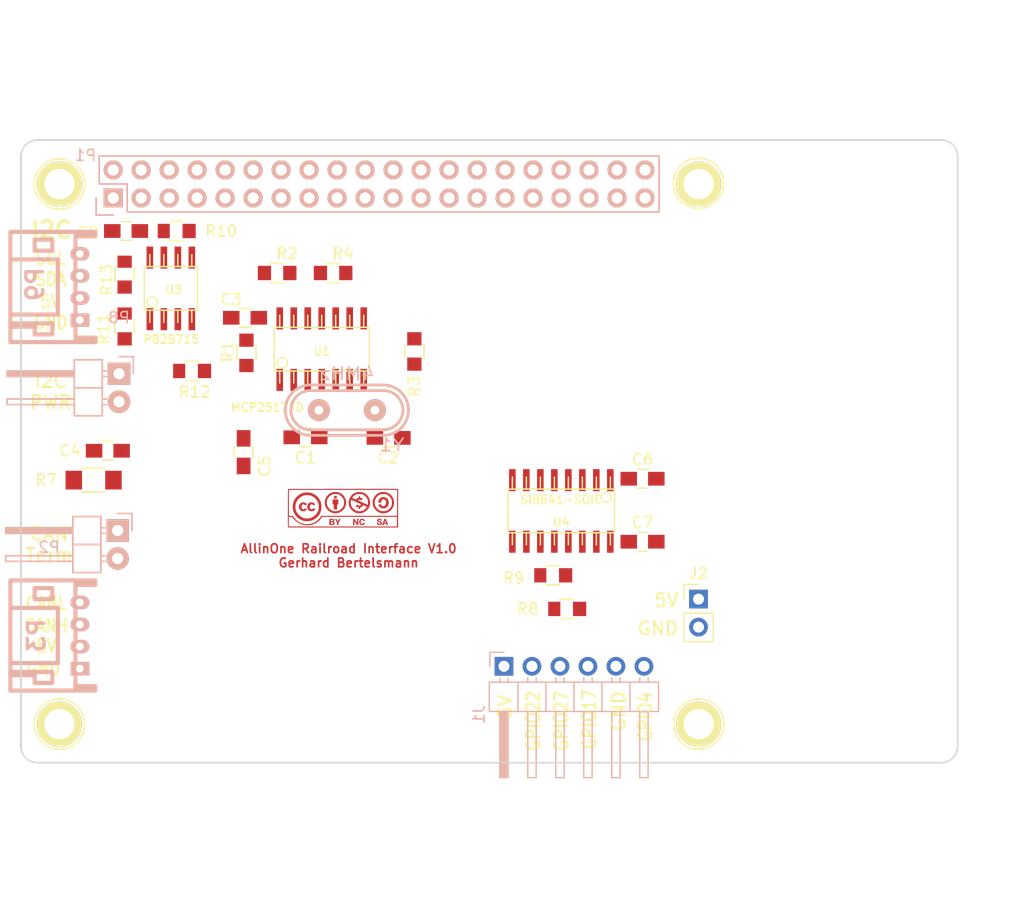
<source format=kicad_pcb>
(kicad_pcb (version 20171130) (host pcbnew 5.0.2-bee76a0~70~ubuntu16.04.1)

  (general
    (thickness 1.6)
    (drawings 32)
    (tracks 0)
    (zones 0)
    (modules 35)
    (nets 63)
  )

  (page A4)
  (title_block
    (title "All in One Railroad Interface")
    (date 2019-02-26)
    (rev V1.0)
    (company "Gerhard Bertelsmann")
  )

  (layers
    (0 F.Cu signal)
    (31 B.Cu signal)
    (32 B.Adhes user)
    (33 F.Adhes user)
    (34 B.Paste user)
    (35 F.Paste user)
    (36 B.SilkS user)
    (37 F.SilkS user)
    (38 B.Mask user)
    (39 F.Mask user)
    (40 Dwgs.User user)
    (41 Cmts.User user)
    (42 Eco1.User user)
    (43 Eco2.User user)
    (44 Edge.Cuts user)
    (45 Margin user)
    (46 B.CrtYd user)
    (47 F.CrtYd user)
    (48 B.Fab user)
    (49 F.Fab user)
  )

  (setup
    (last_trace_width 0.25)
    (trace_clearance 0.2)
    (zone_clearance 0.254)
    (zone_45_only no)
    (trace_min 0.2)
    (segment_width 0.2)
    (edge_width 0.15)
    (via_size 0.6)
    (via_drill 0.4)
    (via_min_size 0.4)
    (via_min_drill 0.3)
    (uvia_size 0.3)
    (uvia_drill 0.1)
    (uvias_allowed no)
    (uvia_min_size 0.2)
    (uvia_min_drill 0.1)
    (pcb_text_width 0.3)
    (pcb_text_size 1.5 1.5)
    (mod_edge_width 0.15)
    (mod_text_size 1 1)
    (mod_text_width 0.15)
    (pad_size 2.49936 1.50114)
    (pad_drill 1.00076)
    (pad_to_mask_clearance 0.2)
    (solder_mask_min_width 0.25)
    (aux_axis_origin 0 0)
    (visible_elements FFFFFF7F)
    (pcbplotparams
      (layerselection 0x010f0_80000001)
      (usegerberextensions true)
      (usegerberattributes false)
      (usegerberadvancedattributes false)
      (creategerberjobfile false)
      (excludeedgelayer false)
      (linewidth 0.100000)
      (plotframeref false)
      (viasonmask false)
      (mode 1)
      (useauxorigin true)
      (hpglpennumber 1)
      (hpglpenspeed 20)
      (hpglpendiameter 15.000000)
      (psnegative false)
      (psa4output false)
      (plotreference true)
      (plotvalue true)
      (plotinvisibletext false)
      (padsonsilk false)
      (subtractmaskfromsilk false)
      (outputformat 1)
      (mirror false)
      (drillshape 0)
      (scaleselection 1)
      (outputdirectory "gerber/"))
  )

  (net 0 "")
  (net 1 "Net-(C1-Pad1)")
  (net 2 GND)
  (net 3 "Net-(C2-Pad1)")
  (net 4 +3V3)
  (net 5 +5V)
  (net 6 "Net-(P1-Pad4)")
  (net 7 "Net-(P1-Pad12)")
  (net 8 "Net-(P1-Pad14)")
  (net 9 "Net-(P1-Pad17)")
  (net 10 "Net-(P1-Pad20)")
  (net 11 "Net-(P1-Pad25)")
  (net 12 "Net-(P1-Pad26)")
  (net 13 "Net-(P1-Pad27)")
  (net 14 "Net-(P1-Pad28)")
  (net 15 "Net-(P1-Pad29)")
  (net 16 "Net-(P1-Pad30)")
  (net 17 "Net-(P1-Pad31)")
  (net 18 "Net-(P1-Pad32)")
  (net 19 "Net-(P1-Pad33)")
  (net 20 "Net-(P1-Pad34)")
  (net 21 "Net-(P1-Pad35)")
  (net 22 "Net-(P1-Pad36)")
  (net 23 "Net-(P1-Pad37)")
  (net 24 "Net-(P1-Pad38)")
  (net 25 "Net-(P1-Pad39)")
  (net 26 "Net-(P1-Pad40)")
  (net 27 "Net-(P2-Pad1)")
  (net 28 "Net-(U1-Pad1)")
  (net 29 "Net-(U1-Pad2)")
  (net 30 "Net-(U1-Pad3)")
  (net 31 /SDA)
  (net 32 /SCL)
  (net 33 /GPIO4)
  (net 34 /TxD)
  (net 35 /RxD)
  (net 36 /GPIO17)
  (net 37 /GPIO22)
  (net 38 /MOSI)
  (net 39 /MISO)
  (net 40 /SCK)
  (net 41 /CS0)
  (net 42 "Net-(P8-Pad2)")
  (net 43 "Net-(P9-Pad3)")
  (net 44 "Net-(P9-Pad4)")
  (net 45 /GPIO27)
  (net 46 /INT0)
  (net 47 /INT1)
  (net 48 /INT)
  (net 49 VDDA)
  (net 50 GNDA)
  (net 51 "Net-(J1-Pad2)")
  (net 52 "Net-(J1-Pad3)")
  (net 53 "Net-(J1-Pad4)")
  (net 54 "Net-(J1-Pad6)")
  (net 55 /INT0_)
  (net 56 /INT1_)
  (net 57 "Net-(R8-Pad1)")
  (net 58 "Net-(R9-Pad1)")
  (net 59 "Net-(U4-Pad7)")
  (net 60 "Net-(U4-Pad10)")
  (net 61 /CANL)
  (net 62 /CANH)

  (net_class Default "This is the default net class."
    (clearance 0.2)
    (trace_width 0.25)
    (via_dia 0.6)
    (via_drill 0.4)
    (uvia_dia 0.3)
    (uvia_drill 0.1)
    (add_net GNDA)
  )

  (net_class PWRII ""
    (clearance 0.2)
    (trace_width 1.16)
    (via_dia 1.2)
    (via_drill 1)
    (uvia_dia 0.3)
    (uvia_drill 0.1)
  )

  (net_class double ""
    (clearance 0.2)
    (trace_width 0.508)
    (via_dia 0.8)
    (via_drill 0.6)
    (uvia_dia 0.3)
    (uvia_drill 0.1)
    (add_net +3V3)
    (add_net +5V)
    (add_net "Net-(P8-Pad2)")
    (add_net VDDA)
  )

  (net_class onehalf ""
    (clearance 0.2)
    (trace_width 0.381)
    (via_dia 0.8)
    (via_drill 0.6)
    (uvia_dia 0.3)
    (uvia_drill 0.1)
    (add_net /CANH)
    (add_net /CANL)
    (add_net /CS0)
    (add_net /GPIO17)
    (add_net /GPIO22)
    (add_net /GPIO27)
    (add_net /GPIO4)
    (add_net /INT)
    (add_net /INT0)
    (add_net /INT0_)
    (add_net /INT1)
    (add_net /INT1_)
    (add_net /MISO)
    (add_net /MOSI)
    (add_net /RxD)
    (add_net /SCK)
    (add_net /SCL)
    (add_net /SDA)
    (add_net /TxD)
    (add_net GND)
    (add_net "Net-(C1-Pad1)")
    (add_net "Net-(C2-Pad1)")
    (add_net "Net-(J1-Pad2)")
    (add_net "Net-(J1-Pad3)")
    (add_net "Net-(J1-Pad4)")
    (add_net "Net-(J1-Pad6)")
    (add_net "Net-(P1-Pad12)")
    (add_net "Net-(P1-Pad14)")
    (add_net "Net-(P1-Pad17)")
    (add_net "Net-(P1-Pad20)")
    (add_net "Net-(P1-Pad25)")
    (add_net "Net-(P1-Pad26)")
    (add_net "Net-(P1-Pad27)")
    (add_net "Net-(P1-Pad28)")
    (add_net "Net-(P1-Pad29)")
    (add_net "Net-(P1-Pad30)")
    (add_net "Net-(P1-Pad31)")
    (add_net "Net-(P1-Pad32)")
    (add_net "Net-(P1-Pad33)")
    (add_net "Net-(P1-Pad34)")
    (add_net "Net-(P1-Pad35)")
    (add_net "Net-(P1-Pad36)")
    (add_net "Net-(P1-Pad37)")
    (add_net "Net-(P1-Pad38)")
    (add_net "Net-(P1-Pad39)")
    (add_net "Net-(P1-Pad4)")
    (add_net "Net-(P1-Pad40)")
    (add_net "Net-(P2-Pad1)")
    (add_net "Net-(P9-Pad3)")
    (add_net "Net-(P9-Pad4)")
    (add_net "Net-(R8-Pad1)")
    (add_net "Net-(R9-Pad1)")
    (add_net "Net-(U1-Pad1)")
    (add_net "Net-(U1-Pad2)")
    (add_net "Net-(U1-Pad3)")
    (add_net "Net-(U4-Pad10)")
    (add_net "Net-(U4-Pad7)")
  )

  (module w_crystal:crystal_hc-49s (layer B.Cu) (tedit 5A380720) (tstamp 5A387E62)
    (at 157.5816 96.012)
    (descr "Crystal, HC-49S")
    (tags QUARTZ)
    (path /5873B8D7)
    (autoplace_cost180 10)
    (fp_text reference Y1 (at 4.064 3.1496) (layer B.SilkS)
      (effects (font (size 1.143 1.27) (thickness 0.1524)) (justify mirror))
    )
    (fp_text value 4MHz (at 0 -3.302) (layer B.SilkS)
      (effects (font (size 1.143 1.27) (thickness 0.1524)) (justify mirror))
    )
    (fp_arc (start 3.302 0) (end 3.302 2.286) (angle -90) (layer B.SilkS) (width 0.254))
    (fp_line (start -3.302 -1.778) (end 3.302 -1.778) (layer B.SilkS) (width 0.254))
    (fp_line (start 3.302 1.778) (end -3.302 1.778) (layer B.SilkS) (width 0.254))
    (fp_arc (start 3.302 0) (end 5.08 0) (angle -90) (layer B.SilkS) (width 0.254))
    (fp_arc (start 3.302 0) (end 3.302 1.778) (angle -90) (layer B.SilkS) (width 0.254))
    (fp_arc (start -3.302 0) (end -3.302 -1.778) (angle -90) (layer B.SilkS) (width 0.254))
    (fp_arc (start -3.302 0) (end -5.08 0) (angle -90) (layer B.SilkS) (width 0.254))
    (fp_arc (start 3.302 0) (end 5.588 0) (angle -90) (layer B.SilkS) (width 0.254))
    (fp_line (start 3.302 -2.286) (end -3.302 -2.286) (layer B.SilkS) (width 0.254))
    (fp_line (start -3.302 2.286) (end 3.302 2.286) (layer B.SilkS) (width 0.254))
    (fp_arc (start -3.302 0) (end -3.302 -2.286) (angle -90) (layer B.SilkS) (width 0.254))
    (fp_arc (start -3.302 0) (end -5.588 0) (angle -90) (layer B.SilkS) (width 0.254))
    (pad 1 thru_hole circle (at -2.54 0) (size 1.99898 1.99898) (drill 0.8001) (layers *.Cu *.Mask B.SilkS)
      (net 1 "Net-(C1-Pad1)"))
    (pad 2 thru_hole circle (at 2.54 0) (size 1.99898 1.99898) (drill 0.8001) (layers *.Cu *.Mask B.SilkS)
      (net 3 "Net-(C2-Pad1)"))
    (model walter/crystal/crystal_hc-49s.wrl
      (at (xyz 0 0 0))
      (scale (xyz 1 1 1))
      (rotate (xyz 0 0 0))
    )
  )

  (module w_conn_jst-ph:s4b-ph-kl (layer B.Cu) (tedit 58AC5B4E) (tstamp 58AC59BD)
    (at 133.35 84.836 90)
    (descr "JST PH series connector, S4B-PH-KL")
    (path /5879821D)
    (fp_text reference P9 (at 0.254 -4.064 90) (layer B.SilkS)
      (effects (font (size 1.524 1.524) (thickness 0.3048)) (justify mirror))
    )
    (fp_text value CONN_01X04 (at 0 -7.80034 90) (layer B.SilkS) hide
      (effects (font (size 1.524 1.524) (thickness 0.3048)) (justify mirror))
    )
    (fp_line (start -3.29946 -4.09956) (end -3.29946 -6.2992) (layer B.SilkS) (width 0.381))
    (fp_line (start -3.29946 -6.2992) (end -3.59918 -6.2992) (layer B.SilkS) (width 0.381))
    (fp_line (start -3.59918 -6.2992) (end -3.59918 -4.09956) (layer B.SilkS) (width 0.381))
    (fp_line (start 2.49936 -1.99898) (end -2.49936 -1.99898) (layer B.SilkS) (width 0.381))
    (fp_line (start -5.00126 -6.2992) (end 5.00126 -6.2992) (layer B.SilkS) (width 0.381))
    (fp_line (start -5.00126 -0.39878) (end 5.00126 -0.39878) (layer B.SilkS) (width 0.381))
    (fp_line (start 2.49936 -1.99898) (end 2.49936 -6.2992) (layer B.SilkS) (width 0.381))
    (fp_line (start -2.5019 -1.99898) (end -2.5019 -6.2992) (layer B.SilkS) (width 0.381))
    (fp_line (start 3.29692 -4.09956) (end 3.29692 -2.49936) (layer B.SilkS) (width 0.381))
    (fp_line (start 4.29768 -4.09956) (end 3.29692 -4.09956) (layer B.SilkS) (width 0.381))
    (fp_line (start 4.29768 -2.49936) (end 4.29768 -4.09956) (layer B.SilkS) (width 0.381))
    (fp_line (start 3.29692 -2.49936) (end 4.29768 -2.49936) (layer B.SilkS) (width 0.381))
    (fp_line (start -4.30276 -2.49936) (end -3.302 -2.49936) (layer B.SilkS) (width 0.381))
    (fp_line (start -3.302 -2.49936) (end -3.302 -4.09956) (layer B.SilkS) (width 0.381))
    (fp_line (start -3.302 -4.09956) (end -4.30276 -4.09956) (layer B.SilkS) (width 0.381))
    (fp_line (start -4.30276 -4.09956) (end -4.30276 -2.49936) (layer B.SilkS) (width 0.381))
    (fp_line (start 4.79806 1.39954) (end 4.79806 -0.39878) (layer B.SilkS) (width 0.381))
    (fp_line (start -4.79806 1.39954) (end -4.79806 -0.39878) (layer B.SilkS) (width 0.381))
    (fp_line (start 4.99872 -6.2992) (end 4.99872 1.39954) (layer B.SilkS) (width 0.381))
    (fp_line (start 4.99872 1.39954) (end 4.59994 1.39954) (layer B.SilkS) (width 0.381))
    (fp_line (start 4.59994 1.39954) (end 4.59994 -0.39878) (layer B.SilkS) (width 0.381))
    (fp_line (start -4.59994 -0.39878) (end -4.59994 1.39954) (layer B.SilkS) (width 0.381))
    (fp_line (start -4.59994 1.39954) (end -4.99872 1.39954) (layer B.SilkS) (width 0.381))
    (fp_line (start -4.99872 1.39954) (end -4.99872 -6.2992) (layer B.SilkS) (width 0.381))
    (pad 1 thru_hole rect (at -2.99974 0 90) (size 1.19888 1.69926) (drill 0.70104) (layers *.Cu *.Mask B.SilkS)
      (net 2 GND))
    (pad 2 thru_hole oval (at -1.00076 0 90) (size 1.19888 1.69926) (drill 0.70104) (layers *.Cu *.Mask B.SilkS)
      (net 42 "Net-(P8-Pad2)"))
    (pad 3 thru_hole oval (at 1.00076 0 90) (size 1.19888 1.69926) (drill 0.70104) (layers *.Cu *.Mask B.SilkS)
      (net 43 "Net-(P9-Pad3)"))
    (pad 4 thru_hole oval (at 2.99974 0 90) (size 1.19888 1.69926) (drill 0.70104) (layers *.Cu *.Mask B.SilkS)
      (net 44 "Net-(P9-Pad4)"))
    (model walter/conn_jst-ph/s4b-ph-kl.wrl
      (at (xyz 0 0 0))
      (scale (xyz 1 1 1))
      (rotate (xyz 0 0 0))
    )
  )

  (module Socket_Strips:Socket_Strip_Straight_2x20 (layer B.Cu) (tedit 58AC8160) (tstamp 58752967)
    (at 136.3726 76.7588)
    (descr "Through hole socket strip")
    (tags "socket strip")
    (path /5873C8F2)
    (fp_text reference P1 (at -2.5146 -3.8608) (layer B.SilkS)
      (effects (font (size 1 1) (thickness 0.15)) (justify mirror))
    )
    (fp_text value CONN_02X20 (at 0 3.1) (layer B.Fab) hide
      (effects (font (size 1 1) (thickness 0.15)) (justify mirror))
    )
    (fp_line (start -1.75 1.75) (end -1.75 -4.3) (layer B.CrtYd) (width 0.05))
    (fp_line (start 50.05 1.75) (end 50.05 -4.3) (layer B.CrtYd) (width 0.05))
    (fp_line (start -1.75 1.75) (end 50.05 1.75) (layer B.CrtYd) (width 0.05))
    (fp_line (start -1.75 -4.3) (end 50.05 -4.3) (layer B.CrtYd) (width 0.05))
    (fp_line (start 49.53 -3.81) (end -1.27 -3.81) (layer B.SilkS) (width 0.15))
    (fp_line (start 1.27 1.27) (end 49.53 1.27) (layer B.SilkS) (width 0.15))
    (fp_line (start 49.53 -3.81) (end 49.53 1.27) (layer B.SilkS) (width 0.15))
    (fp_line (start -1.27 -3.81) (end -1.27 -1.27) (layer B.SilkS) (width 0.15))
    (fp_line (start 0 1.55) (end -1.55 1.55) (layer B.SilkS) (width 0.15))
    (fp_line (start -1.27 -1.27) (end 1.27 -1.27) (layer B.SilkS) (width 0.15))
    (fp_line (start 1.27 -1.27) (end 1.27 1.27) (layer B.SilkS) (width 0.15))
    (fp_line (start -1.55 1.55) (end -1.55 0) (layer B.SilkS) (width 0.15))
    (pad 1 thru_hole rect (at 0 0) (size 1.7272 1.7272) (drill 1.016) (layers *.Cu *.Mask B.SilkS)
      (net 4 +3V3))
    (pad 2 thru_hole oval (at 0 -2.54) (size 1.7272 1.7272) (drill 1.016) (layers *.Cu *.Mask B.SilkS)
      (net 5 +5V))
    (pad 3 thru_hole oval (at 2.54 0) (size 1.7272 1.7272) (drill 1.016) (layers *.Cu *.Mask B.SilkS)
      (net 31 /SDA))
    (pad 4 thru_hole oval (at 2.54 -2.54) (size 1.7272 1.7272) (drill 1.016) (layers *.Cu *.Mask B.SilkS)
      (net 6 "Net-(P1-Pad4)"))
    (pad 5 thru_hole oval (at 5.08 0) (size 1.7272 1.7272) (drill 1.016) (layers *.Cu *.Mask B.SilkS)
      (net 32 /SCL))
    (pad 6 thru_hole oval (at 5.08 -2.54) (size 1.7272 1.7272) (drill 1.016) (layers *.Cu *.Mask B.SilkS)
      (net 2 GND))
    (pad 7 thru_hole oval (at 7.62 0) (size 1.7272 1.7272) (drill 1.016) (layers *.Cu *.Mask B.SilkS)
      (net 33 /GPIO4))
    (pad 8 thru_hole oval (at 7.62 -2.54) (size 1.7272 1.7272) (drill 1.016) (layers *.Cu *.Mask B.SilkS)
      (net 34 /TxD))
    (pad 9 thru_hole oval (at 10.16 0) (size 1.7272 1.7272) (drill 1.016) (layers *.Cu *.Mask B.SilkS)
      (net 2 GND))
    (pad 10 thru_hole oval (at 10.16 -2.54) (size 1.7272 1.7272) (drill 1.016) (layers *.Cu *.Mask B.SilkS)
      (net 35 /RxD))
    (pad 11 thru_hole oval (at 12.7 0) (size 1.7272 1.7272) (drill 1.016) (layers *.Cu *.Mask B.SilkS)
      (net 36 /GPIO17))
    (pad 12 thru_hole oval (at 12.7 -2.54) (size 1.7272 1.7272) (drill 1.016) (layers *.Cu *.Mask B.SilkS)
      (net 7 "Net-(P1-Pad12)"))
    (pad 13 thru_hole oval (at 15.24 0) (size 1.7272 1.7272) (drill 1.016) (layers *.Cu *.Mask B.SilkS)
      (net 45 /GPIO27))
    (pad 14 thru_hole oval (at 15.24 -2.54) (size 1.7272 1.7272) (drill 1.016) (layers *.Cu *.Mask B.SilkS)
      (net 8 "Net-(P1-Pad14)"))
    (pad 15 thru_hole oval (at 17.78 0) (size 1.7272 1.7272) (drill 1.016) (layers *.Cu *.Mask B.SilkS)
      (net 37 /GPIO22))
    (pad 16 thru_hole oval (at 17.78 -2.54) (size 1.7272 1.7272) (drill 1.016) (layers *.Cu *.Mask B.SilkS)
      (net 55 /INT0_))
    (pad 17 thru_hole oval (at 20.32 0) (size 1.7272 1.7272) (drill 1.016) (layers *.Cu *.Mask B.SilkS)
      (net 9 "Net-(P1-Pad17)"))
    (pad 18 thru_hole oval (at 20.32 -2.54) (size 1.7272 1.7272) (drill 1.016) (layers *.Cu *.Mask B.SilkS)
      (net 56 /INT1_))
    (pad 19 thru_hole oval (at 22.86 0) (size 1.7272 1.7272) (drill 1.016) (layers *.Cu *.Mask B.SilkS)
      (net 38 /MOSI))
    (pad 20 thru_hole oval (at 22.86 -2.54) (size 1.7272 1.7272) (drill 1.016) (layers *.Cu *.Mask B.SilkS)
      (net 10 "Net-(P1-Pad20)"))
    (pad 21 thru_hole oval (at 25.4 0) (size 1.7272 1.7272) (drill 1.016) (layers *.Cu *.Mask B.SilkS)
      (net 39 /MISO))
    (pad 22 thru_hole oval (at 25.4 -2.54) (size 1.7272 1.7272) (drill 1.016) (layers *.Cu *.Mask B.SilkS)
      (net 48 /INT))
    (pad 23 thru_hole oval (at 27.94 0) (size 1.7272 1.7272) (drill 1.016) (layers *.Cu *.Mask B.SilkS)
      (net 40 /SCK))
    (pad 24 thru_hole oval (at 27.94 -2.54) (size 1.7272 1.7272) (drill 1.016) (layers *.Cu *.Mask B.SilkS)
      (net 41 /CS0))
    (pad 25 thru_hole oval (at 30.48 0) (size 1.7272 1.7272) (drill 1.016) (layers *.Cu *.Mask B.SilkS)
      (net 11 "Net-(P1-Pad25)"))
    (pad 26 thru_hole oval (at 30.48 -2.54) (size 1.7272 1.7272) (drill 1.016) (layers *.Cu *.Mask B.SilkS)
      (net 12 "Net-(P1-Pad26)"))
    (pad 27 thru_hole oval (at 33.02 0) (size 1.7272 1.7272) (drill 1.016) (layers *.Cu *.Mask B.SilkS)
      (net 13 "Net-(P1-Pad27)"))
    (pad 28 thru_hole oval (at 33.02 -2.54) (size 1.7272 1.7272) (drill 1.016) (layers *.Cu *.Mask B.SilkS)
      (net 14 "Net-(P1-Pad28)"))
    (pad 29 thru_hole oval (at 35.56 0) (size 1.7272 1.7272) (drill 1.016) (layers *.Cu *.Mask B.SilkS)
      (net 15 "Net-(P1-Pad29)"))
    (pad 30 thru_hole oval (at 35.56 -2.54) (size 1.7272 1.7272) (drill 1.016) (layers *.Cu *.Mask B.SilkS)
      (net 16 "Net-(P1-Pad30)"))
    (pad 31 thru_hole oval (at 38.1 0) (size 1.7272 1.7272) (drill 1.016) (layers *.Cu *.Mask B.SilkS)
      (net 17 "Net-(P1-Pad31)"))
    (pad 32 thru_hole oval (at 38.1 -2.54) (size 1.7272 1.7272) (drill 1.016) (layers *.Cu *.Mask B.SilkS)
      (net 18 "Net-(P1-Pad32)"))
    (pad 33 thru_hole oval (at 40.64 0) (size 1.7272 1.7272) (drill 1.016) (layers *.Cu *.Mask B.SilkS)
      (net 19 "Net-(P1-Pad33)"))
    (pad 34 thru_hole oval (at 40.64 -2.54) (size 1.7272 1.7272) (drill 1.016) (layers *.Cu *.Mask B.SilkS)
      (net 20 "Net-(P1-Pad34)"))
    (pad 35 thru_hole oval (at 43.18 0) (size 1.7272 1.7272) (drill 1.016) (layers *.Cu *.Mask B.SilkS)
      (net 21 "Net-(P1-Pad35)"))
    (pad 36 thru_hole oval (at 43.18 -2.54) (size 1.7272 1.7272) (drill 1.016) (layers *.Cu *.Mask B.SilkS)
      (net 22 "Net-(P1-Pad36)"))
    (pad 37 thru_hole oval (at 45.72 0) (size 1.7272 1.7272) (drill 1.016) (layers *.Cu *.Mask B.SilkS)
      (net 23 "Net-(P1-Pad37)"))
    (pad 38 thru_hole oval (at 45.72 -2.54) (size 1.7272 1.7272) (drill 1.016) (layers *.Cu *.Mask B.SilkS)
      (net 24 "Net-(P1-Pad38)"))
    (pad 39 thru_hole oval (at 48.26 0) (size 1.7272 1.7272) (drill 1.016) (layers *.Cu *.Mask B.SilkS)
      (net 25 "Net-(P1-Pad39)"))
    (pad 40 thru_hole oval (at 48.26 -2.54) (size 1.7272 1.7272) (drill 1.016) (layers *.Cu *.Mask B.SilkS)
      (net 26 "Net-(P1-Pad40)"))
    (model Socket_Strips.3dshapes/Socket_Strip_Straight_2x20_Pitch2.54mm.wrl
      (offset (xyz 24.12999963760376 -1.269999980926514 0))
      (scale (xyz 1 1 1))
      (rotate (xyz 0 0 0))
    )
  )

  (module w_to:1pin (layer F.Cu) (tedit 5950C8ED) (tstamp 5950D6DD)
    (at 189.484 75.438)
    (descr "module 1 pin (ou trou mecanique de percage)")
    (tags DEV)
    (fp_text reference REF** (at 0 -3.048) (layer F.SilkS) hide
      (effects (font (size 1 1) (thickness 0.15)))
    )
    (fp_text value 1Pin (at 0 2.794) (layer F.Fab) hide
      (effects (font (size 1 1) (thickness 0.15)))
    )
    (fp_circle (center 0 0) (end 0 -2.286) (layer F.SilkS) (width 0.15))
    (pad 1 thru_hole circle (at 0.016 0.062) (size 4.064 4.064) (drill 2.75) (layers *.Cu *.Mask F.SilkS))
  )

  (module w_to:1pin (layer F.Cu) (tedit 58750A3D) (tstamp 588B92BD)
    (at 131.5 75.5)
    (descr "module 1 pin (ou trou mecanique de percage)")
    (tags DEV)
    (fp_text reference REF** (at 0 -3.048) (layer F.SilkS) hide
      (effects (font (size 1 1) (thickness 0.15)))
    )
    (fp_text value 1Pin (at 0 2.794) (layer F.Fab) hide
      (effects (font (size 1 1) (thickness 0.15)))
    )
    (fp_circle (center 0 0) (end 0 -2.286) (layer F.SilkS) (width 0.15))
    (pad 1 thru_hole circle (at 0 0) (size 4.064 4.064) (drill 2.75) (layers *.Cu *.Mask F.SilkS))
  )

  (module w_to:1pin (layer F.Cu) (tedit 58750A3D) (tstamp 5887ABC4)
    (at 189.5 124.5)
    (descr "module 1 pin (ou trou mecanique de percage)")
    (tags DEV)
    (fp_text reference REF** (at 0 -3.048) (layer F.SilkS) hide
      (effects (font (size 1 1) (thickness 0.15)))
    )
    (fp_text value 1Pin (at 0 2.794) (layer F.Fab) hide
      (effects (font (size 1 1) (thickness 0.15)))
    )
    (fp_circle (center 0 0) (end 0 -2.286) (layer F.SilkS) (width 0.15))
    (pad 1 thru_hole circle (at 0 0) (size 4.064 4.064) (drill 2.75) (layers *.Cu *.Mask F.SilkS))
  )

  (module w_to:1pin (layer F.Cu) (tedit 58750A3D) (tstamp 588B92C3)
    (at 131.5 124.5)
    (descr "module 1 pin (ou trou mecanique de percage)")
    (tags DEV)
    (fp_text reference REF** (at 0 -3.048) (layer F.SilkS) hide
      (effects (font (size 1 1) (thickness 0.15)))
    )
    (fp_text value 1Pin (at 0 2.794) (layer F.Fab) hide
      (effects (font (size 1 1) (thickness 0.15)))
    )
    (fp_circle (center 0 0) (end 0 -2.286) (layer F.SilkS) (width 0.15))
    (pad 1 thru_hole circle (at 0 0) (size 4.064 4.064) (drill 2.75) (layers *.Cu *.Mask F.SilkS))
  )

  (module w_logo:Logo_copper_CC-BY-NC-SA_10x3.6mm (layer F.Cu) (tedit 5171CDC3) (tstamp 58ADC81B)
    (at 157.226 104.902)
    (descr "CC BY-NC-SA logo, 10x3.6mm")
    (fp_text reference G*** (at 0.3 -1.4) (layer F.SilkS) hide
      (effects (font (size 0.1778 0.1778) (thickness 0.03556)))
    )
    (fp_text value LOGO (at 0.3 0.5) (layer F.SilkS) hide
      (effects (font (size 0.1778 0.1778) (thickness 0.03556)))
    )
    (fp_poly (pts (xy 4.99872 1.75006) (xy 4.90982 1.75006) (xy 4.90982 0.6985) (xy 4.90982 -0.44958)
      (xy 4.90982 -1.6002) (xy 4.87934 -1.63068) (xy 4.8514 -1.65862) (xy 0 -1.65862)
      (xy -4.8514 -1.65862) (xy -4.87934 -1.63068) (xy -4.90982 -1.6002) (xy -4.90982 -0.44958)
      (xy -4.90982 0.6985) (xy -4.73202 0.6985) (xy -4.55422 0.6985) (xy -4.48818 0.8001)
      (xy -4.39166 0.93218) (xy -4.2799 1.05156) (xy -4.15544 1.15824) (xy -4.01828 1.25222)
      (xy -3.8735 1.33096) (xy -3.71856 1.39192) (xy -3.556 1.43764) (xy -3.42646 1.45796)
      (xy -3.36042 1.46304) (xy -3.27914 1.46558) (xy -3.19278 1.46304) (xy -3.10642 1.45542)
      (xy -3.02768 1.4478) (xy -2.98196 1.44018) (xy -2.81178 1.39446) (xy -2.6543 1.33604)
      (xy -2.50444 1.2573) (xy -2.36728 1.16332) (xy -2.23774 1.04902) (xy -2.1844 0.99568)
      (xy -2.14122 0.94742) (xy -2.0955 0.89154) (xy -2.05486 0.8382) (xy -2.02946 0.8001)
      (xy -1.96342 0.70104) (xy 1.47066 0.6985) (xy 4.90982 0.6985) (xy 4.90982 1.75006)
      (xy 4.89966 1.75006) (xy 4.89966 1.66878) (xy 4.89966 1.22936) (xy 4.89966 0.78994)
      (xy 1.4986 0.78994) (xy -1.89738 0.78994) (xy -1.96088 0.88138) (xy -2.03708 0.98806)
      (xy -2.11074 1.08204) (xy -2.18948 1.16078) (xy -2.27076 1.22682) (xy -2.3622 1.29032)
      (xy -2.43078 1.33096) (xy -2.54 1.38684) (xy -2.63652 1.43256) (xy -2.72796 1.46812)
      (xy -2.82194 1.4986) (xy -2.91846 1.524) (xy -2.92354 1.524) (xy -3.06832 1.5494)
      (xy -3.2004 1.5621) (xy -3.32994 1.5621) (xy -3.46202 1.5494) (xy -3.59664 1.524)
      (xy -3.74904 1.47828) (xy -3.90144 1.41224) (xy -4.05892 1.32842) (xy -4.2164 1.22428)
      (xy -4.26974 1.18618) (xy -4.31038 1.15316) (xy -4.3561 1.10744) (xy -4.4069 1.05664)
      (xy -4.46024 1.00076) (xy -4.5085 0.94488) (xy -4.55168 0.89408) (xy -4.5847 0.84836)
      (xy -4.59994 0.82042) (xy -4.61772 0.78994) (xy -4.76758 0.78994) (xy -4.91998 0.78994)
      (xy -4.91998 1.22936) (xy -4.91998 1.66878) (xy -0.00762 1.66878) (xy 4.89966 1.66878)
      (xy 4.89966 1.75006) (xy 0.00508 1.75006) (xy -4.98602 1.75006) (xy -4.99364 1.60528)
      (xy -4.99364 1.57734) (xy -4.99618 1.53162) (xy -4.99618 1.46812) (xy -4.99618 1.38938)
      (xy -4.99618 1.29794) (xy -4.99872 1.19634) (xy -4.99872 1.0795) (xy -4.99872 0.95504)
      (xy -4.99872 0.82296) (xy -4.99872 0.68072) (xy -4.99872 0.5334) (xy -4.99872 0.381)
      (xy -4.99872 0.22606) (xy -4.99872 0.06858) (xy -4.99618 -0.08636) (xy -4.99618 -0.24638)
      (xy -4.99618 -0.40386) (xy -4.99618 -0.55626) (xy -4.99618 -0.70866) (xy -4.99364 -0.85344)
      (xy -4.99364 -0.9906) (xy -4.99364 -1.12014) (xy -4.99364 -1.24206) (xy -4.9911 -1.35382)
      (xy -4.9911 -1.45288) (xy -4.9911 -1.53924) (xy -4.98856 -1.6129) (xy -4.98856 -1.66878)
      (xy -4.98856 -1.70942) (xy -4.98602 -1.73228) (xy -4.98602 -1.73482) (xy -4.97586 -1.73736)
      (xy -4.94538 -1.73736) (xy -4.89712 -1.73736) (xy -4.83108 -1.73736) (xy -4.7498 -1.73736)
      (xy -4.6482 -1.73736) (xy -4.5339 -1.7399) (xy -4.40436 -1.7399) (xy -4.25958 -1.7399)
      (xy -4.1021 -1.7399) (xy -3.93192 -1.7399) (xy -3.75158 -1.7399) (xy -3.55854 -1.74244)
      (xy -3.35534 -1.74244) (xy -3.14198 -1.74244) (xy -2.91846 -1.74244) (xy -2.68732 -1.74244)
      (xy -2.4511 -1.74244) (xy -2.20472 -1.74244) (xy -1.95326 -1.74244) (xy -1.69672 -1.74498)
      (xy -1.43764 -1.74498) (xy -1.17094 -1.74498) (xy -0.90424 -1.74498) (xy -0.63246 -1.74498)
      (xy -0.36068 -1.74498) (xy -0.0889 -1.74498) (xy 0.18288 -1.74498) (xy 0.45466 -1.74498)
      (xy 0.72644 -1.74498) (xy 0.99568 -1.74498) (xy 1.26238 -1.74498) (xy 1.524 -1.74498)
      (xy 1.78308 -1.74498) (xy 2.03708 -1.74498) (xy 2.286 -1.74498) (xy 2.5273 -1.74498)
      (xy 2.76352 -1.74498) (xy 2.98958 -1.74498) (xy 3.20802 -1.74498) (xy 3.4163 -1.74498)
      (xy 3.61442 -1.74498) (xy 3.80492 -1.74498) (xy 3.98018 -1.74498) (xy 4.14528 -1.74498)
      (xy 4.29514 -1.74498) (xy 4.4323 -1.74498) (xy 4.55676 -1.74498) (xy 4.66344 -1.74498)
      (xy 4.75488 -1.74244) (xy 4.83108 -1.74244) (xy 4.8895 -1.74244) (xy 4.9276 -1.74244)
      (xy 4.95046 -1.74244) (xy 4.953 -1.74244) (xy 4.99872 -1.73736) (xy 4.99872 0.00508)
      (xy 4.99872 1.75006)) (layer F.Cu) (width 0.00254))
    (fp_poly (pts (xy 1.98882 1.31826) (xy 1.98374 1.3462) (xy 1.95834 1.41732) (xy 1.92024 1.47066)
      (xy 1.86944 1.5113) (xy 1.80848 1.53416) (xy 1.73736 1.54178) (xy 1.69418 1.5367)
      (xy 1.64084 1.52654) (xy 1.6002 1.50622) (xy 1.55956 1.4732) (xy 1.54178 1.45542)
      (xy 1.50368 1.39954) (xy 1.47828 1.3335) (xy 1.47066 1.26492) (xy 1.47574 1.1938)
      (xy 1.49352 1.12522) (xy 1.52908 1.06426) (xy 1.5494 1.03886) (xy 1.60274 0.99822)
      (xy 1.6637 0.97282) (xy 1.7272 0.96266) (xy 1.7907 0.96774) (xy 1.84912 0.98552)
      (xy 1.90246 1.01854) (xy 1.94564 1.06426) (xy 1.95834 1.08966) (xy 1.97104 1.1176)
      (xy 1.97866 1.143) (xy 1.97866 1.14808) (xy 1.97612 1.16078) (xy 1.96596 1.16586)
      (xy 1.9431 1.1684) (xy 1.92532 1.1684) (xy 1.8923 1.1684) (xy 1.87452 1.16332)
      (xy 1.86182 1.15316) (xy 1.8542 1.13792) (xy 1.82372 1.09982) (xy 1.78562 1.0795)
      (xy 1.74244 1.06934) (xy 1.69926 1.07696) (xy 1.65862 1.09728) (xy 1.6256 1.13284)
      (xy 1.61544 1.15316) (xy 1.60274 1.1938) (xy 1.59766 1.24714) (xy 1.6002 1.30048)
      (xy 1.61036 1.3462) (xy 1.61544 1.35636) (xy 1.64592 1.39954) (xy 1.68656 1.42494)
      (xy 1.73228 1.43764) (xy 1.778 1.43256) (xy 1.79832 1.4224) (xy 1.82626 1.40208)
      (xy 1.84658 1.3716) (xy 1.85928 1.34112) (xy 1.85928 1.3335) (xy 1.86182 1.32588)
      (xy 1.87706 1.3208) (xy 1.905 1.31826) (xy 1.92278 1.31826) (xy 1.98882 1.31826)) (layer F.Cu) (width 0.00254))
    (fp_poly (pts (xy 3.53822 1.38938) (xy 3.52806 1.42748) (xy 3.5052 1.46304) (xy 3.49758 1.4732)
      (xy 3.45948 1.50622) (xy 3.40614 1.52908) (xy 3.34518 1.54178) (xy 3.28168 1.54178)
      (xy 3.27406 1.54178) (xy 3.20294 1.52654) (xy 3.14706 1.49606) (xy 3.10642 1.45542)
      (xy 3.08102 1.40208) (xy 3.07848 1.397) (xy 3.0734 1.36652) (xy 3.07848 1.34874)
      (xy 3.09626 1.34112) (xy 3.12928 1.34112) (xy 3.13944 1.34112) (xy 3.16992 1.34366)
      (xy 3.1877 1.34874) (xy 3.19786 1.36144) (xy 3.20294 1.37922) (xy 3.22326 1.41224)
      (xy 3.25628 1.43764) (xy 3.29946 1.4478) (xy 3.34772 1.44272) (xy 3.37566 1.4351)
      (xy 3.40614 1.41732) (xy 3.41884 1.39446) (xy 3.4163 1.36652) (xy 3.40868 1.35128)
      (xy 3.39344 1.33858) (xy 3.36804 1.32588) (xy 3.32994 1.31064) (xy 3.2766 1.29286)
      (xy 3.24866 1.28524) (xy 3.2004 1.27) (xy 3.16738 1.25476) (xy 3.14452 1.23952)
      (xy 3.13182 1.22428) (xy 3.10134 1.17856) (xy 3.09118 1.13538) (xy 3.09626 1.08966)
      (xy 3.11658 1.04902) (xy 3.1496 1.01346) (xy 3.19278 0.98552) (xy 3.24358 0.96774)
      (xy 3.302 0.96266) (xy 3.35788 0.96774) (xy 3.42138 0.98806) (xy 3.46964 1.016)
      (xy 3.50012 1.05664) (xy 3.51536 1.10744) (xy 3.52044 1.14808) (xy 3.46456 1.14808)
      (xy 3.43154 1.14808) (xy 3.41376 1.143) (xy 3.4036 1.13538) (xy 3.39598 1.1176)
      (xy 3.3782 1.08712) (xy 3.34518 1.06934) (xy 3.30708 1.05918) (xy 3.26898 1.06426)
      (xy 3.23596 1.0795) (xy 3.23342 1.08458) (xy 3.21564 1.1049) (xy 3.21056 1.12268)
      (xy 3.22072 1.14046) (xy 3.2258 1.14808) (xy 3.24866 1.16078) (xy 3.2893 1.17856)
      (xy 3.34772 1.19634) (xy 3.3528 1.19634) (xy 3.41884 1.2192) (xy 3.46964 1.23952)
      (xy 3.50266 1.26492) (xy 3.52552 1.2954) (xy 3.53568 1.3335) (xy 3.53568 1.34112)
      (xy 3.53822 1.38938)) (layer F.Cu) (width 0.00254))
    (fp_poly (pts (xy -0.762 1.38938) (xy -0.77724 1.44018) (xy -0.81026 1.48336) (xy -0.85344 1.50876)
      (xy -0.87122 1.51638) (xy -0.889 1.52146) (xy -0.889 1.3589) (xy -0.89154 1.32842)
      (xy -0.90424 1.3081) (xy -0.90932 1.30556) (xy -0.90932 1.1303) (xy -0.91948 1.10236)
      (xy -0.92456 1.09474) (xy -0.9398 1.08458) (xy -0.96774 1.0795) (xy -1.00838 1.0795)
      (xy -1.01854 1.0795) (xy -1.09728 1.0795) (xy -1.09982 1.10998) (xy -1.10236 1.143)
      (xy -1.09982 1.17094) (xy -1.09728 1.18618) (xy -1.0922 1.1938) (xy -1.07696 1.19888)
      (xy -1.04902 1.19888) (xy -1.02616 1.19888) (xy -0.97536 1.19634) (xy -0.9398 1.18872)
      (xy -0.93218 1.18364) (xy -0.9144 1.16078) (xy -0.90932 1.1303) (xy -0.90932 1.30556)
      (xy -0.92964 1.2954) (xy -0.96774 1.29032) (xy -1.016 1.28778) (xy -1.09982 1.28778)
      (xy -1.09982 1.3589) (xy -1.09982 1.43002) (xy -1.01092 1.43002) (xy -0.9652 1.42748)
      (xy -0.93472 1.42494) (xy -0.9144 1.41732) (xy -0.90678 1.41224) (xy -0.89154 1.38684)
      (xy -0.889 1.3589) (xy -0.889 1.52146) (xy -0.89408 1.52146) (xy -0.92202 1.52654)
      (xy -0.96012 1.52654) (xy -1.01346 1.52908) (xy -1.06172 1.52908) (xy -1.22936 1.52908)
      (xy -1.22936 1.25476) (xy -1.22936 0.9779) (xy -1.06426 0.9779) (xy -0.9906 0.98044)
      (xy -0.93726 0.98044) (xy -0.89408 0.98552) (xy -0.8636 0.99314) (xy -0.84074 1.0033)
      (xy -0.82296 1.01854) (xy -0.81534 1.02616) (xy -0.8001 1.0541) (xy -0.79248 1.0922)
      (xy -0.78994 1.13284) (xy -0.79248 1.15316) (xy -0.80518 1.17856) (xy -0.8255 1.20396)
      (xy -0.82804 1.2065) (xy -0.84328 1.22428) (xy -0.84582 1.23444) (xy -0.8382 1.23698)
      (xy -0.8128 1.25476) (xy -0.78486 1.2827) (xy -0.76708 1.31826) (xy -0.76454 1.3335)
      (xy -0.762 1.38938)) (layer F.Cu) (width 0.00254))
    (fp_poly (pts (xy -0.21082 0.9779) (xy -0.31496 1.15316) (xy -0.4191 1.32842) (xy -0.4191 1.42748)
      (xy -0.4191 1.52908) (xy -0.47752 1.52908) (xy -0.53848 1.52908) (xy -0.53848 1.4224)
      (xy -0.53848 1.31572) (xy -0.635 1.1557) (xy -0.66548 1.1049) (xy -0.69342 1.05918)
      (xy -0.71374 1.02108) (xy -0.72898 0.99822) (xy -0.7366 0.98552) (xy -0.72898 0.98298)
      (xy -0.70612 0.98044) (xy -0.6731 0.9779) (xy -0.67056 0.9779) (xy -0.59944 0.9779)
      (xy -0.53848 1.08458) (xy -0.51054 1.13284) (xy -0.49022 1.16332) (xy -0.47498 1.17856)
      (xy -0.46736 1.17856) (xy -0.45974 1.16332) (xy -0.4445 1.13792) (xy -0.42164 1.09982)
      (xy -0.4064 1.07442) (xy -0.35306 0.98298) (xy -0.28194 0.98044) (xy -0.21082 0.9779)) (layer F.Cu) (width 0.00254))
    (fp_poly (pts (xy 1.38938 1.52908) (xy 1.32588 1.52908) (xy 1.26492 1.52908) (xy 1.15316 1.35128)
      (xy 1.04394 1.17602) (xy 1.0414 1.35382) (xy 1.03886 1.52908) (xy 0.9779 1.52908)
      (xy 0.91948 1.52908) (xy 0.91948 1.25476) (xy 0.91948 0.9779) (xy 0.98298 0.9779)
      (xy 1.04648 0.9779) (xy 1.15316 1.15316) (xy 1.18618 1.2065) (xy 1.21666 1.25222)
      (xy 1.23952 1.28778) (xy 1.2573 1.31318) (xy 1.26492 1.32334) (xy 1.26746 1.32334)
      (xy 1.26746 1.31318) (xy 1.27 1.28524) (xy 1.27 1.2446) (xy 1.27 1.1938)
      (xy 1.27 1.15062) (xy 1.26746 0.9779) (xy 1.32842 0.9779) (xy 1.38938 0.9779)
      (xy 1.38938 1.25476) (xy 1.38938 1.52908)) (layer F.Cu) (width 0.00254))
    (fp_poly (pts (xy 4.0894 1.52146) (xy 4.07924 1.52654) (xy 4.05638 1.52908) (xy 4.0259 1.52908)
      (xy 3.9624 1.52908) (xy 3.94462 1.46812) (xy 3.92684 1.4097) (xy 3.88874 1.4097)
      (xy 3.88874 1.3081) (xy 3.85826 1.2192) (xy 3.84302 1.1811) (xy 3.83286 1.15062)
      (xy 3.8227 1.13792) (xy 3.82016 1.13538) (xy 3.81254 1.14808) (xy 3.80238 1.17348)
      (xy 3.78968 1.2065) (xy 3.77698 1.24206) (xy 3.76682 1.27254) (xy 3.76174 1.2954)
      (xy 3.7592 1.30302) (xy 3.76936 1.30556) (xy 3.79222 1.3081) (xy 3.8227 1.3081)
      (xy 3.88874 1.3081) (xy 3.88874 1.4097) (xy 3.8227 1.4097) (xy 3.7211 1.4097)
      (xy 3.69824 1.46812) (xy 3.67538 1.52908) (xy 3.61442 1.52908) (xy 3.55092 1.52908)
      (xy 3.65506 1.2573) (xy 3.75666 0.98298) (xy 3.82524 0.98298) (xy 3.89128 0.98298)
      (xy 3.99034 1.24968) (xy 4.01574 1.31826) (xy 4.0386 1.37922) (xy 4.05892 1.4351)
      (xy 4.07416 1.47828) (xy 4.08432 1.50622) (xy 4.0894 1.52146)) (layer F.Cu) (width 0.00254))
    (fp_poly (pts (xy -1.96088 -0.13716) (xy -1.96088 -0.06604) (xy -1.96596 0.02794) (xy -1.97358 0.11176)
      (xy -1.98628 0.18796) (xy -2.00406 0.25908) (xy -2.02946 0.33274) (xy -2.04724 0.38354)
      (xy -2.11074 0.51308) (xy -2.18948 0.635) (xy -2.19202 0.63754) (xy -2.19202 -0.13716)
      (xy -2.20218 -0.27686) (xy -2.23012 -0.41148) (xy -2.27584 -0.54102) (xy -2.33934 -0.66548)
      (xy -2.41808 -0.77978) (xy -2.51206 -0.88392) (xy -2.62128 -0.9779) (xy -2.7432 -1.05918)
      (xy -2.75082 -1.06172) (xy -2.8702 -1.1176) (xy -2.9972 -1.15824) (xy -3.13182 -1.1811)
      (xy -3.26898 -1.18618) (xy -3.40614 -1.17602) (xy -3.53822 -1.15062) (xy -3.66522 -1.10744)
      (xy -3.7465 -1.06934) (xy -3.8608 -0.99822) (xy -3.96748 -0.90932) (xy -4.06146 -0.81026)
      (xy -4.14528 -0.70104) (xy -4.21386 -0.5842) (xy -4.2672 -0.46228) (xy -4.28752 -0.3937)
      (xy -4.318 -0.24892) (xy -4.32562 -0.10668) (xy -4.31546 0.03048) (xy -4.28498 0.16764)
      (xy -4.23672 0.29718) (xy -4.16814 0.42164) (xy -4.08432 0.54102) (xy -3.98526 0.6477)
      (xy -3.86842 0.74422) (xy -3.74904 0.82042) (xy -3.62204 0.87884) (xy -3.48996 0.91948)
      (xy -3.3528 0.9398) (xy -3.20548 0.9398) (xy -3.0734 0.9271) (xy -2.95148 0.89916)
      (xy -2.8321 0.85344) (xy -2.71526 0.79248) (xy -2.60604 0.71628) (xy -2.50444 0.62992)
      (xy -2.41554 0.5334) (xy -2.34188 0.42926) (xy -2.28346 0.32004) (xy -2.26822 0.28702)
      (xy -2.2225 0.14478) (xy -2.1971 0.00254) (xy -2.19202 -0.13716) (xy -2.19202 0.63754)
      (xy -2.28346 0.7493) (xy -2.3876 0.85344) (xy -2.50444 0.94488) (xy -2.63144 1.02362)
      (xy -2.76352 1.08712) (xy -2.89814 1.13538) (xy -3.03784 1.16586) (xy -3.10388 1.17348)
      (xy -3.16738 1.17856) (xy -3.21818 1.1811) (xy -3.26136 1.18364) (xy -3.29946 1.18364)
      (xy -3.3401 1.1811) (xy -3.37566 1.17856) (xy -3.52806 1.15824) (xy -3.67284 1.12014)
      (xy -3.81 1.06172) (xy -3.94208 0.98806) (xy -4.06908 0.89408) (xy -4.191 0.77978)
      (xy -4.19354 0.77724) (xy -4.30022 0.65532) (xy -4.38912 0.53086) (xy -4.4577 0.39878)
      (xy -4.5085 0.26162) (xy -4.54152 0.1143) (xy -4.55676 -0.0381) (xy -4.5593 -0.11938)
      (xy -4.55422 -0.26162) (xy -4.5339 -0.39624) (xy -4.50088 -0.5207) (xy -4.45516 -0.64516)
      (xy -4.41706 -0.72136) (xy -4.33578 -0.85598) (xy -4.23926 -0.98044) (xy -4.13004 -1.0922)
      (xy -4.01066 -1.18872) (xy -3.87858 -1.27254) (xy -3.74142 -1.33858) (xy -3.59664 -1.38684)
      (xy -3.5052 -1.40716) (xy -3.43916 -1.41478) (xy -3.35788 -1.41986) (xy -3.27152 -1.4224)
      (xy -3.18516 -1.41986) (xy -3.10134 -1.41732) (xy -3.03022 -1.4097) (xy -3.01498 -1.40462)
      (xy -2.86258 -1.36906) (xy -2.7178 -1.31318) (xy -2.58318 -1.24206) (xy -2.45618 -1.1557)
      (xy -2.33934 -1.0541) (xy -2.23774 -0.9398) (xy -2.1463 -0.81534) (xy -2.07264 -0.67818)
      (xy -2.01676 -0.53594) (xy -2.0066 -0.49784) (xy -1.98628 -0.42926) (xy -1.97358 -0.36322)
      (xy -1.96596 -0.29464) (xy -1.96088 -0.22098) (xy -1.96088 -0.13716)) (layer F.Cu) (width 0.00254))
    (fp_poly (pts (xy 0.27686 -0.52324) (xy 0.27432 -0.4318) (xy 0.2667 -0.34544) (xy 0.254 -0.2667)
      (xy 0.24892 -0.24384) (xy 0.22606 -0.16764) (xy 0.1905 -0.08636) (xy 0.14986 -0.00762)
      (xy 0.10668 0.05842) (xy 0.09906 0.06858) (xy 0.09906 -0.49784) (xy 0.09398 -0.60706)
      (xy 0.0762 -0.70104) (xy 0.04826 -0.79502) (xy 0.0254 -0.84328) (xy -0.03048 -0.94234)
      (xy -0.10414 -1.03378) (xy -0.19304 -1.11506) (xy -0.28956 -1.18364) (xy -0.39624 -1.23698)
      (xy -0.45974 -1.25984) (xy -0.49276 -1.27) (xy -0.52324 -1.27762) (xy -0.5588 -1.28016)
      (xy -0.60198 -1.2827) (xy -0.65532 -1.2827) (xy -0.68326 -1.2827) (xy -0.74676 -1.2827)
      (xy -0.79248 -1.2827) (xy -0.83058 -1.27762) (xy -0.86106 -1.27254) (xy -0.89408 -1.26492)
      (xy -0.90932 -1.25984) (xy -1.02362 -1.21412) (xy -1.1303 -1.15062) (xy -1.22682 -1.07188)
      (xy -1.3081 -0.98044) (xy -1.37668 -0.87884) (xy -1.43002 -0.76454) (xy -1.45034 -0.70104)
      (xy -1.46304 -0.63754) (xy -1.47066 -0.56134) (xy -1.4732 -0.4826) (xy -1.47066 -0.40386)
      (xy -1.4605 -0.33528) (xy -1.45542 -0.30988) (xy -1.41224 -0.19304) (xy -1.35128 -0.08382)
      (xy -1.27762 0.01524) (xy -1.18618 0.1016) (xy -1.13284 0.14478) (xy -1.02616 0.20828)
      (xy -0.9144 0.254) (xy -0.79502 0.2794) (xy -0.6731 0.28702) (xy -0.5715 0.2794)
      (xy -0.48006 0.25908) (xy -0.38608 0.22606) (xy -0.29972 0.18542) (xy -0.27686 0.17272)
      (xy -0.24384 0.14986) (xy -0.2032 0.11938) (xy -0.16002 0.07874) (xy -0.11938 0.04064)
      (xy -0.11938 0.0381) (xy -0.07366 -0.00508) (xy -0.04064 -0.04318) (xy -0.01524 -0.07874)
      (xy 0.00508 -0.11684) (xy 0.01778 -0.1397) (xy 0.05588 -0.2286) (xy 0.08128 -0.31242)
      (xy 0.09398 -0.40386) (xy 0.09906 -0.49784) (xy 0.09906 0.06858) (xy 0.09652 0.0762)
      (xy 0.01016 0.17018) (xy -0.08382 0.25654) (xy -0.19304 0.3302) (xy -0.30734 0.39116)
      (xy -0.42418 0.4318) (xy -0.44958 0.43942) (xy -0.508 0.44958) (xy -0.57912 0.4572)
      (xy -0.65278 0.46228) (xy -0.72644 0.46482) (xy -0.79248 0.46228) (xy -0.83312 0.4572)
      (xy -0.9652 0.42672) (xy -1.08966 0.37846) (xy -1.20904 0.30988) (xy -1.3208 0.22606)
      (xy -1.36906 0.18034) (xy -1.4605 0.07366) (xy -1.5367 -0.0381) (xy -1.59512 -0.16002)
      (xy -1.6256 -0.25908) (xy -1.6383 -0.30226) (xy -1.64338 -0.3429) (xy -1.64846 -0.38608)
      (xy -1.651 -0.43434) (xy -1.651 -0.49276) (xy -1.64846 -0.58674) (xy -1.64338 -0.6604)
      (xy -1.63576 -0.70612) (xy -1.59766 -0.83566) (xy -1.54178 -0.95504) (xy -1.47066 -1.06934)
      (xy -1.3843 -1.17094) (xy -1.28778 -1.25984) (xy -1.17856 -1.33604) (xy -1.06172 -1.397)
      (xy -0.93726 -1.44018) (xy -0.91186 -1.44526) (xy -0.8509 -1.45542) (xy -0.77724 -1.46304)
      (xy -0.69596 -1.46558) (xy -0.61214 -1.46304) (xy -0.5334 -1.45796) (xy -0.46736 -1.4478)
      (xy -0.43434 -1.44018) (xy -0.3048 -1.39446) (xy -0.18288 -1.3335) (xy -0.07366 -1.25476)
      (xy 0.02032 -1.16332) (xy 0.10414 -1.05918) (xy 0.17526 -0.94488) (xy 0.2286 -0.82042)
      (xy 0.26416 -0.68834) (xy 0.26416 -0.68326) (xy 0.27432 -0.60706) (xy 0.27686 -0.52324)) (layer F.Cu) (width 0.00254))
    (fp_poly (pts (xy 2.45364 -0.47498) (xy 2.44856 -0.39624) (xy 2.4384 -0.31242) (xy 2.42316 -0.23876)
      (xy 2.40284 -0.17018) (xy 2.37236 -0.09906) (xy 2.36728 -0.09144) (xy 2.3241 -0.00762)
      (xy 2.27838 0.06096) (xy 2.27838 -0.51054) (xy 2.26568 -0.63246) (xy 2.23774 -0.7493)
      (xy 2.18948 -0.85852) (xy 2.12852 -0.96266) (xy 2.04978 -1.0541) (xy 1.95834 -1.13538)
      (xy 1.85166 -1.20396) (xy 1.83134 -1.21412) (xy 1.74498 -1.24968) (xy 1.65608 -1.27508)
      (xy 1.5621 -1.28524) (xy 1.45288 -1.28524) (xy 1.39446 -1.28524) (xy 1.34874 -1.28016)
      (xy 1.31318 -1.27508) (xy 1.27508 -1.26492) (xy 1.23698 -1.25222) (xy 1.18872 -1.23444)
      (xy 1.14046 -1.21158) (xy 1.09982 -1.19126) (xy 1.0922 -1.18618) (xy 1.06172 -1.1684)
      (xy 1.02616 -1.13792) (xy 0.98552 -1.10236) (xy 0.94234 -1.06426) (xy 0.90424 -1.02616)
      (xy 0.87122 -0.9906) (xy 0.84836 -0.96266) (xy 0.84074 -0.94996) (xy 0.83312 -0.93472)
      (xy 0.84074 -0.92456) (xy 0.86106 -0.9144) (xy 0.88138 -0.90424) (xy 0.91694 -0.89154)
      (xy 0.96012 -0.87122) (xy 1.01346 -0.84836) (xy 1.0414 -0.83566) (xy 1.18872 -0.76962)
      (xy 1.21412 -0.8128) (xy 1.24968 -0.85852) (xy 1.30048 -0.89662) (xy 1.3589 -0.92202)
      (xy 1.3843 -0.92964) (xy 1.43764 -0.94234) (xy 1.43764 -1.016) (xy 1.43764 -1.08966)
      (xy 1.49352 -1.08966) (xy 1.5494 -1.08966) (xy 1.5494 -1.016) (xy 1.5494 -0.94234)
      (xy 1.61036 -0.93218) (xy 1.64846 -0.92202) (xy 1.6891 -0.90678) (xy 1.7272 -0.89154)
      (xy 1.76022 -0.87376) (xy 1.78054 -0.86106) (xy 1.78562 -0.85344) (xy 1.78054 -0.84328)
      (xy 1.7653 -0.82042) (xy 1.74244 -0.79248) (xy 1.73228 -0.77978) (xy 1.67386 -0.71628)
      (xy 1.61544 -0.74422) (xy 1.56464 -0.762) (xy 1.51384 -0.77216) (xy 1.46812 -0.76962)
      (xy 1.43002 -0.75692) (xy 1.40462 -0.7366) (xy 1.39446 -0.70866) (xy 1.39446 -0.70612)
      (xy 1.39446 -0.6985) (xy 1.397 -0.69088) (xy 1.40462 -0.68326) (xy 1.41732 -0.67564)
      (xy 1.43764 -0.66294) (xy 1.46558 -0.65024) (xy 1.50368 -0.62992) (xy 1.55448 -0.60706)
      (xy 1.61544 -0.57912) (xy 1.69418 -0.54356) (xy 1.78816 -0.50038) (xy 1.81356 -0.49022)
      (xy 1.89992 -0.45212) (xy 1.9812 -0.41402) (xy 2.05486 -0.38354) (xy 2.11836 -0.35306)
      (xy 2.1717 -0.3302) (xy 2.21234 -0.31496) (xy 2.23774 -0.30226) (xy 2.24536 -0.29972)
      (xy 2.25298 -0.30988) (xy 2.2606 -0.33528) (xy 2.26822 -0.37592) (xy 2.26822 -0.38608)
      (xy 2.27838 -0.51054) (xy 2.27838 0.06096) (xy 2.2733 0.06604) (xy 2.21234 0.1397)
      (xy 2.16408 0.18796) (xy 2.16408 -0.10668) (xy 2.15392 -0.12192) (xy 2.12852 -0.13716)
      (xy 2.08788 -0.15748) (xy 2.032 -0.18288) (xy 2.00152 -0.19558) (xy 1.82372 -0.27432)
      (xy 1.79324 -0.21336) (xy 1.75514 -0.15494) (xy 1.7018 -0.11176) (xy 1.63576 -0.08128)
      (xy 1.6256 -0.07874) (xy 1.59004 -0.06858) (xy 1.56718 -0.05588) (xy 1.55702 -0.0381)
      (xy 1.55194 -0.01016) (xy 1.55194 0.0127) (xy 1.54686 0.07874) (xy 1.49352 0.07874)
      (xy 1.43764 0.07874) (xy 1.43764 0.01016) (xy 1.43764 -0.02286) (xy 1.43764 -0.04572)
      (xy 1.42748 -0.05842) (xy 1.4097 -0.0635) (xy 1.37668 -0.07112) (xy 1.35382 -0.07366)
      (xy 1.31826 -0.08382) (xy 1.27254 -0.1016) (xy 1.22428 -0.12446) (xy 1.18618 -0.14732)
      (xy 1.1684 -0.16002) (xy 1.14554 -0.18034) (xy 1.21158 -0.24638) (xy 1.24714 -0.2794)
      (xy 1.27 -0.29972) (xy 1.28524 -0.3048) (xy 1.29286 -0.3048) (xy 1.34366 -0.26924)
      (xy 1.38938 -0.24638) (xy 1.43002 -0.23368) (xy 1.47828 -0.2286) (xy 1.4859 -0.2286)
      (xy 1.54178 -0.23622) (xy 1.58242 -0.254) (xy 1.60782 -0.28448) (xy 1.60782 -0.28702)
      (xy 1.61544 -0.3175) (xy 1.61036 -0.34544) (xy 1.61036 -0.34798) (xy 1.60528 -0.3556)
      (xy 1.59766 -0.36322) (xy 1.58496 -0.37338) (xy 1.56464 -0.38354) (xy 1.5367 -0.39878)
      (xy 1.4986 -0.4191) (xy 1.4478 -0.44196) (xy 1.3843 -0.4699) (xy 1.3081 -0.50546)
      (xy 1.21412 -0.5461) (xy 1.17094 -0.56642) (xy 1.08458 -0.60452) (xy 1.0033 -0.64008)
      (xy 0.92964 -0.67056) (xy 0.86614 -0.6985) (xy 0.8128 -0.72136) (xy 0.77216 -0.7366)
      (xy 0.74676 -0.74676) (xy 0.7366 -0.7493) (xy 0.72898 -0.73406) (xy 0.71882 -0.70104)
      (xy 0.7112 -0.65786) (xy 0.70358 -0.60706) (xy 0.70104 -0.55626) (xy 0.6985 -0.50546)
      (xy 0.6985 -0.49276) (xy 0.70866 -0.37592) (xy 0.73406 -0.26162) (xy 0.77978 -0.15494)
      (xy 0.8382 -0.05588) (xy 0.90932 0.03048) (xy 0.99314 0.10922) (xy 1.08458 0.17526)
      (xy 1.18618 0.22606) (xy 1.2954 0.26416) (xy 1.4097 0.28448) (xy 1.52654 0.28702)
      (xy 1.6002 0.2794) (xy 1.72212 0.24892) (xy 1.83896 0.20066) (xy 1.94564 0.13716)
      (xy 2.04216 0.05588) (xy 2.10312 -0.00762) (xy 2.13106 -0.04318) (xy 2.15392 -0.07112)
      (xy 2.16408 -0.09144) (xy 2.16408 -0.10668) (xy 2.16408 0.18796) (xy 2.159 0.19304)
      (xy 2.04978 0.28448) (xy 1.93548 0.3556) (xy 1.81356 0.41148) (xy 1.69672 0.4445)
      (xy 1.6383 0.45466) (xy 1.56718 0.45974) (xy 1.49352 0.46482) (xy 1.4224 0.46482)
      (xy 1.36398 0.45974) (xy 1.35128 0.45974) (xy 1.22174 0.4318) (xy 1.09728 0.38608)
      (xy 0.98044 0.32258) (xy 0.87122 0.2413) (xy 0.78232 0.15494) (xy 0.69596 0.05334)
      (xy 0.62992 -0.04572) (xy 0.57912 -0.1524) (xy 0.5461 -0.2667) (xy 0.52578 -0.39116)
      (xy 0.52324 -0.46482) (xy 0.5207 -0.52832) (xy 0.5207 -0.57912) (xy 0.52324 -0.6223)
      (xy 0.53086 -0.66548) (xy 0.53594 -0.6985) (xy 0.57404 -0.82804) (xy 0.62738 -0.9525)
      (xy 0.6985 -1.0668) (xy 0.78486 -1.17094) (xy 0.88392 -1.26238) (xy 0.99568 -1.33858)
      (xy 1.06934 -1.37922) (xy 1.15824 -1.41732) (xy 1.24714 -1.44272) (xy 1.34366 -1.45796)
      (xy 1.43764 -1.46558) (xy 1.58242 -1.46304) (xy 1.71704 -1.44272) (xy 1.8415 -1.40716)
      (xy 1.96088 -1.35128) (xy 2.07264 -1.27762) (xy 2.15392 -1.2065) (xy 2.2479 -1.10744)
      (xy 2.3241 -0.99568) (xy 2.38252 -0.8763) (xy 2.4257 -0.7493) (xy 2.44856 -0.61468)
      (xy 2.45364 -0.47498)) (layer F.Cu) (width 0.00254))
    (fp_poly (pts (xy 4.62534 -0.47752) (xy 4.6228 -0.39878) (xy 4.61772 -0.3302) (xy 4.60756 -0.27432)
      (xy 4.60756 -0.2667) (xy 4.56438 -0.13462) (xy 4.50342 -0.0127) (xy 4.44754 0.0635)
      (xy 4.44754 -0.4699) (xy 4.44754 -0.52832) (xy 4.44246 -0.6096) (xy 4.4323 -0.67818)
      (xy 4.41706 -0.73914) (xy 4.3942 -0.8001) (xy 4.3688 -0.85344) (xy 4.30784 -0.95504)
      (xy 4.23164 -1.04648) (xy 4.1402 -1.12776) (xy 4.04114 -1.1938) (xy 3.93446 -1.2446)
      (xy 3.90144 -1.2573) (xy 3.83032 -1.27254) (xy 3.74904 -1.28524) (xy 3.66014 -1.28778)
      (xy 3.57632 -1.28524) (xy 3.50012 -1.27508) (xy 3.4925 -1.27508) (xy 3.3782 -1.23952)
      (xy 3.26898 -1.18618) (xy 3.16992 -1.1176) (xy 3.08102 -1.03378) (xy 3.00736 -0.93726)
      (xy 2.94386 -0.82804) (xy 2.9083 -0.73914) (xy 2.89306 -0.6985) (xy 2.88544 -0.66802)
      (xy 2.88036 -0.63754) (xy 2.87528 -0.60198) (xy 2.87528 -0.5588) (xy 2.87528 -0.50292)
      (xy 2.87782 -0.41656) (xy 2.88544 -0.34544) (xy 2.90068 -0.2794) (xy 2.92354 -0.2159)
      (xy 2.9464 -0.1651) (xy 2.99212 -0.08636) (xy 3.05308 -0.00508) (xy 3.12166 0.06604)
      (xy 3.19532 0.12954) (xy 3.2639 0.1778) (xy 3.3655 0.2286) (xy 3.4798 0.26416)
      (xy 3.59664 0.28194) (xy 3.71348 0.28448) (xy 3.83032 0.2667) (xy 3.86842 0.25908)
      (xy 3.9751 0.21844) (xy 4.0767 0.1651) (xy 4.17068 0.09652) (xy 4.2545 0.01524)
      (xy 4.32562 -0.06858) (xy 4.37896 -0.16256) (xy 4.38404 -0.17526) (xy 4.4196 -0.2667)
      (xy 4.43992 -0.36322) (xy 4.44754 -0.4699) (xy 4.44754 0.0635) (xy 4.42468 0.09652)
      (xy 4.3307 0.19812) (xy 4.24688 0.26924) (xy 4.13004 0.34544) (xy 4.00558 0.40386)
      (xy 3.87604 0.44196) (xy 3.73888 0.46228) (xy 3.59918 0.46482) (xy 3.50012 0.45466)
      (xy 3.37312 0.42418) (xy 3.24866 0.37592) (xy 3.13436 0.30988) (xy 3.02514 0.22606)
      (xy 2.92608 0.127) (xy 2.91338 0.10922) (xy 2.8321 0) (xy 2.77114 -0.11684)
      (xy 2.72542 -0.2413) (xy 2.69748 -0.37084) (xy 2.68986 -0.50292) (xy 2.70002 -0.63754)
      (xy 2.72796 -0.76708) (xy 2.77622 -0.89662) (xy 2.78892 -0.92456) (xy 2.8575 -1.0414)
      (xy 2.93878 -1.14554) (xy 3.0353 -1.23952) (xy 3.14198 -1.3208) (xy 3.25882 -1.3843)
      (xy 3.38074 -1.43256) (xy 3.40868 -1.44018) (xy 3.44424 -1.45034) (xy 3.47726 -1.45542)
      (xy 3.51536 -1.4605) (xy 3.55854 -1.4605) (xy 3.61442 -1.46304) (xy 3.66522 -1.46304)
      (xy 3.73126 -1.46304) (xy 3.7846 -1.4605) (xy 3.82778 -1.45796) (xy 3.86334 -1.45288)
      (xy 3.89636 -1.44526) (xy 3.91414 -1.44018) (xy 3.99542 -1.41224) (xy 4.08178 -1.37668)
      (xy 4.16306 -1.3335) (xy 4.22402 -1.2954) (xy 4.2672 -1.25984) (xy 4.31546 -1.21412)
      (xy 4.36626 -1.16586) (xy 4.41452 -1.11252) (xy 4.45262 -1.0668) (xy 4.46786 -1.04648)
      (xy 4.50342 -0.98552) (xy 4.53898 -0.9144) (xy 4.572 -0.84074) (xy 4.5974 -0.76962)
      (xy 4.59994 -0.75438) (xy 4.61264 -0.70104) (xy 4.61772 -0.63246) (xy 4.6228 -0.55626)
      (xy 4.62534 -0.47752)) (layer F.Cu) (width 0.00254))
    (fp_poly (pts (xy -3.26898 0.08128) (xy -3.28676 0.10922) (xy -3.3147 0.14732) (xy -3.3528 0.18542)
      (xy -3.39598 0.22098) (xy -3.43662 0.24638) (xy -3.44678 0.25146) (xy -3.5179 0.27178)
      (xy -3.60172 0.2794) (xy -3.66522 0.27686) (xy -3.74904 0.26162) (xy -3.82524 0.2286)
      (xy -3.8862 0.18034) (xy -3.937 0.11938) (xy -3.97256 0.04572) (xy -3.99288 -0.03556)
      (xy -3.99796 -0.13208) (xy -3.99542 -0.15748) (xy -3.98272 -0.24384) (xy -3.95732 -0.3175)
      (xy -3.91414 -0.38354) (xy -3.89636 -0.40386) (xy -3.83286 -0.45974) (xy -3.7592 -0.49784)
      (xy -3.67792 -0.5207) (xy -3.58648 -0.52324) (xy -3.54838 -0.51816) (xy -3.50266 -0.51054)
      (xy -3.4544 -0.4953) (xy -3.42138 -0.4826) (xy -3.3909 -0.46482) (xy -3.35788 -0.43942)
      (xy -3.3274 -0.40894) (xy -3.29946 -0.381) (xy -3.28422 -0.3556) (xy -3.27914 -0.3429)
      (xy -3.28676 -0.33274) (xy -3.30962 -0.3175) (xy -3.34264 -0.29718) (xy -3.35788 -0.28956)
      (xy -3.43916 -0.24892) (xy -3.48742 -0.29972) (xy -3.51282 -0.32512) (xy -3.53314 -0.34036)
      (xy -3.55346 -0.34798) (xy -3.57886 -0.34798) (xy -3.59156 -0.34798) (xy -3.64744 -0.34036)
      (xy -3.69316 -0.31496) (xy -3.73126 -0.27432) (xy -3.7338 -0.26924) (xy -3.7465 -0.23368)
      (xy -3.75412 -0.18542) (xy -3.7592 -0.12954) (xy -3.75666 -0.07366) (xy -3.75158 -0.02286)
      (xy -3.74396 0) (xy -3.7211 0.04826) (xy -3.68808 0.08128) (xy -3.64236 0.09906)
      (xy -3.5941 0.10414) (xy -3.54076 0.09906) (xy -3.50012 0.08128) (xy -3.46964 0.0508)
      (xy -3.4544 0.03048) (xy -3.43916 0.01016) (xy -3.42646 0) (xy -3.41376 0.00254)
      (xy -3.38836 0.01524) (xy -3.35534 0.03302) (xy -3.34264 0.04064) (xy -3.26898 0.08128)) (layer F.Cu) (width 0.00254))
    (fp_poly (pts (xy -2.52476 0.07874) (xy -2.52476 0.09144) (xy -2.53746 0.1143) (xy -2.55016 0.13208)
      (xy -2.60858 0.19558) (xy -2.67208 0.23876) (xy -2.7432 0.2667) (xy -2.82448 0.2794)
      (xy -2.91592 0.27686) (xy -2.99212 0.26416) (xy -3.05562 0.23622) (xy -3.11658 0.19558)
      (xy -3.12674 0.18542) (xy -3.17754 0.12446) (xy -3.21564 0.0508) (xy -3.2385 -0.03048)
      (xy -3.24104 -0.04826) (xy -3.24358 -0.1397) (xy -3.23342 -0.22606) (xy -3.20802 -0.30734)
      (xy -3.16738 -0.37846) (xy -3.11658 -0.43688) (xy -3.05308 -0.48006) (xy -3.01498 -0.49784)
      (xy -2.93878 -0.51816) (xy -2.85496 -0.52324) (xy -2.7686 -0.51562) (xy -2.6924 -0.49276)
      (xy -2.68224 -0.49022) (xy -2.64668 -0.46736) (xy -2.60858 -0.43942) (xy -2.57048 -0.4064)
      (xy -2.54254 -0.37338) (xy -2.53492 -0.35814) (xy -2.5273 -0.34544) (xy -2.5273 -0.33782)
      (xy -2.53746 -0.32766) (xy -2.55524 -0.31496) (xy -2.5908 -0.29718) (xy -2.60604 -0.28956)
      (xy -2.68986 -0.24892) (xy -2.73812 -0.29972) (xy -2.76352 -0.32512) (xy -2.78384 -0.34036)
      (xy -2.80162 -0.34798) (xy -2.82956 -0.34798) (xy -2.83972 -0.34798) (xy -2.8956 -0.3429)
      (xy -2.93878 -0.32004) (xy -2.97434 -0.2794) (xy -2.98958 -0.254) (xy -3.00482 -0.2032)
      (xy -3.01498 -0.1397) (xy -3.01244 -0.0762) (xy -3.00228 -0.01524) (xy -2.99212 0.01016)
      (xy -2.96164 0.05588) (xy -2.921 0.0889) (xy -2.87274 0.10414) (xy -2.82194 0.10668)
      (xy -2.77368 0.09144) (xy -2.72796 0.06096) (xy -2.70764 0.03556) (xy -2.68986 0.01524)
      (xy -2.68732 0.00762) (xy -2.68224 0.00254) (xy -2.667 0.00508) (xy -2.64414 0.01524)
      (xy -2.60858 0.03302) (xy -2.57302 0.0508) (xy -2.54508 0.06858) (xy -2.5273 0.07874)
      (xy -2.52476 0.07874)) (layer F.Cu) (width 0.00254))
    (fp_poly (pts (xy -0.42672 -0.70866) (xy -0.42672 -0.67818) (xy -0.42672 -0.635) (xy -0.42672 -0.58166)
      (xy -0.42672 -0.52832) (xy -0.42926 -0.35052) (xy -0.48006 -0.34798) (xy -0.5334 -0.3429)
      (xy -0.53594 -0.11176) (xy -0.53848 0.11938) (xy -0.68834 0.11938) (xy -0.8382 0.11938)
      (xy -0.8382 -0.1143) (xy -0.8382 -0.35052) (xy -0.88138 -0.34798) (xy -0.91186 -0.34798)
      (xy -0.93218 -0.34798) (xy -0.93726 -0.34798) (xy -0.9398 -0.35306) (xy -0.94488 -0.3683)
      (xy -0.94742 -0.39624) (xy -0.94742 -0.44196) (xy -0.94742 -0.50038) (xy -0.94742 -0.55118)
      (xy -0.94742 -0.6223) (xy -0.94742 -0.67818) (xy -0.94488 -0.71628) (xy -0.94234 -0.74422)
      (xy -0.9398 -0.762) (xy -0.93472 -0.7747) (xy -0.93218 -0.77724) (xy -0.9271 -0.78486)
      (xy -0.91948 -0.78994) (xy -0.90932 -0.79248) (xy -0.89154 -0.79502) (xy -0.8636 -0.79756)
      (xy -0.8255 -0.79756) (xy -0.77216 -0.8001) (xy -0.70104 -0.8001) (xy -0.68834 -0.8001)
      (xy -0.6096 -0.79756) (xy -0.54864 -0.79756) (xy -0.50292 -0.79502) (xy -0.4699 -0.79248)
      (xy -0.44704 -0.78486) (xy -0.43434 -0.7747) (xy -0.42926 -0.762) (xy -0.42672 -0.74422)
      (xy -0.42672 -0.7239) (xy -0.42672 -0.70866)) (layer F.Cu) (width 0.00254))
    (fp_poly (pts (xy -0.55372 -0.9779) (xy -0.56134 -0.93726) (xy -0.58166 -0.9017) (xy -0.61468 -0.87376)
      (xy -0.6604 -0.85598) (xy -0.66294 -0.85598) (xy -0.69342 -0.85598) (xy -0.72644 -0.86106)
      (xy -0.73406 -0.8636) (xy -0.75946 -0.87376) (xy -0.7747 -0.87884) (xy -0.78232 -0.88646)
      (xy -0.79248 -0.90424) (xy -0.79756 -0.91186) (xy -0.81788 -0.96012) (xy -0.81788 -1.00838)
      (xy -0.80518 -1.05156) (xy -0.77724 -1.08712) (xy -0.73914 -1.10998) (xy -0.68834 -1.12014)
      (xy -0.68072 -1.12268) (xy -0.635 -1.11252) (xy -0.5969 -1.08966) (xy -0.5715 -1.05918)
      (xy -0.55626 -1.02108) (xy -0.55372 -0.9779)) (layer F.Cu) (width 0.00254))
    (fp_poly (pts (xy 4.15036 -0.50546) (xy 4.14528 -0.40894) (xy 4.12496 -0.31496) (xy 4.09194 -0.2286)
      (xy 4.07162 -0.19558) (xy 4.04114 -0.15494) (xy 4.01066 -0.11684) (xy 4.00558 -0.1143)
      (xy 3.92938 -0.0508) (xy 3.84556 -0.00762) (xy 3.75158 0.01778) (xy 3.65506 0.02794)
      (xy 3.556 0.01778) (xy 3.55092 0.01778) (xy 3.4671 -0.00508) (xy 3.3909 -0.04826)
      (xy 3.32994 -0.10668) (xy 3.2766 -0.18034) (xy 3.24104 -0.26924) (xy 3.2258 -0.32004)
      (xy 3.21818 -0.34798) (xy 3.34264 -0.34798) (xy 3.4671 -0.34798) (xy 3.47472 -0.30734)
      (xy 3.48742 -0.2667) (xy 3.51536 -0.2286) (xy 3.54584 -0.20066) (xy 3.55092 -0.19812)
      (xy 3.57124 -0.1905) (xy 3.60426 -0.18288) (xy 3.62712 -0.1778) (xy 3.6957 -0.17526)
      (xy 3.75666 -0.1905) (xy 3.80746 -0.22352) (xy 3.8481 -0.27178) (xy 3.87858 -0.33782)
      (xy 3.8989 -0.4191) (xy 3.90398 -0.49022) (xy 3.90144 -0.56388) (xy 3.8862 -0.635)
      (xy 3.86588 -0.69342) (xy 3.86334 -0.6985) (xy 3.83032 -0.74676) (xy 3.7846 -0.77978)
      (xy 3.73888 -0.8001) (xy 3.67538 -0.80518) (xy 3.61442 -0.79756) (xy 3.56108 -0.77724)
      (xy 3.51536 -0.74422) (xy 3.48996 -0.70612) (xy 3.47472 -0.6731) (xy 3.47218 -0.65278)
      (xy 3.47726 -0.64262) (xy 3.50012 -0.64008) (xy 3.50774 -0.63754) (xy 3.5433 -0.63754)
      (xy 3.44678 -0.54102) (xy 3.35026 -0.4445) (xy 3.2512 -0.54102) (xy 3.15468 -0.63754)
      (xy 3.19024 -0.63754) (xy 3.22072 -0.64262) (xy 3.23596 -0.6604) (xy 3.2385 -0.68834)
      (xy 3.24358 -0.7112) (xy 3.25882 -0.74676) (xy 3.28168 -0.78994) (xy 3.30454 -0.83058)
      (xy 3.32994 -0.86868) (xy 3.3528 -0.89408) (xy 3.41884 -0.94488) (xy 3.49504 -0.98044)
      (xy 3.57886 -1.0033) (xy 3.66776 -1.01092) (xy 3.75666 -1.00076) (xy 3.8481 -0.97536)
      (xy 3.90144 -0.9525) (xy 3.97256 -0.90678) (xy 4.03352 -0.84582) (xy 4.08178 -0.77216)
      (xy 4.11734 -0.68834) (xy 4.1402 -0.59944) (xy 4.15036 -0.50546)) (layer F.Cu) (width 0.00254))
  )

  (module Capacitors_SMD:C_0805_HandSoldering (layer F.Cu) (tedit 5A380729) (tstamp 5A387D59)
    (at 153.8224 98.4758 180)
    (descr "Capacitor SMD 0805, hand soldering")
    (tags "capacitor 0805")
    (path /5873B9FF)
    (attr smd)
    (fp_text reference C1 (at 0 -1.8542 180) (layer F.SilkS)
      (effects (font (size 1 1) (thickness 0.15)))
    )
    (fp_text value 22pF (at 0.0508 0 180) (layer F.Fab)
      (effects (font (size 1 1) (thickness 0.15)))
    )
    (fp_line (start -2.3 -1) (end 2.3 -1) (layer F.CrtYd) (width 0.05))
    (fp_line (start -2.3 1) (end 2.3 1) (layer F.CrtYd) (width 0.05))
    (fp_line (start -2.3 -1) (end -2.3 1) (layer F.CrtYd) (width 0.05))
    (fp_line (start 2.3 -1) (end 2.3 1) (layer F.CrtYd) (width 0.05))
    (fp_line (start 0.5 -0.85) (end -0.5 -0.85) (layer F.SilkS) (width 0.15))
    (fp_line (start -0.5 0.85) (end 0.5 0.85) (layer F.SilkS) (width 0.15))
    (pad 1 smd rect (at -1.25 0 180) (size 1.5 1.25) (layers F.Cu F.Paste F.Mask)
      (net 1 "Net-(C1-Pad1)"))
    (pad 2 smd rect (at 1.25 0 180) (size 1.5 1.25) (layers F.Cu F.Paste F.Mask)
      (net 2 GND))
    (model Capacitors_SMD.3dshapes/C_0805.wrl
      (at (xyz 0 0 0))
      (scale (xyz 1 1 1))
      (rotate (xyz 0 0 0))
    )
  )

  (module Capacitors_SMD:C_0805_HandSoldering (layer F.Cu) (tedit 5A3808DC) (tstamp 5A387D65)
    (at 161.3662 98.5266)
    (descr "Capacitor SMD 0805, hand soldering")
    (tags "capacitor 0805")
    (path /5873B96A)
    (attr smd)
    (fp_text reference C2 (at -0.0508 1.8034) (layer F.SilkS)
      (effects (font (size 1 1) (thickness 0.15)))
    )
    (fp_text value 22pF (at 0.0508 0.0508) (layer F.Fab)
      (effects (font (size 1 1) (thickness 0.15)))
    )
    (fp_line (start -2.3 -1) (end 2.3 -1) (layer F.CrtYd) (width 0.05))
    (fp_line (start -2.3 1) (end 2.3 1) (layer F.CrtYd) (width 0.05))
    (fp_line (start -2.3 -1) (end -2.3 1) (layer F.CrtYd) (width 0.05))
    (fp_line (start 2.3 -1) (end 2.3 1) (layer F.CrtYd) (width 0.05))
    (fp_line (start 0.5 -0.85) (end -0.5 -0.85) (layer F.SilkS) (width 0.15))
    (fp_line (start -0.5 0.85) (end 0.5 0.85) (layer F.SilkS) (width 0.15))
    (pad 1 smd rect (at -1.25 0) (size 1.5 1.25) (layers F.Cu F.Paste F.Mask)
      (net 3 "Net-(C2-Pad1)"))
    (pad 2 smd rect (at 1.25 0) (size 1.5 1.25) (layers F.Cu F.Paste F.Mask)
      (net 2 GND))
    (model Capacitors_SMD.3dshapes/C_0805.wrl
      (at (xyz 0 0 0))
      (scale (xyz 1 1 1))
      (rotate (xyz 0 0 0))
    )
  )

  (module Capacitors_SMD:C_0805_HandSoldering (layer F.Cu) (tedit 5A5238C7) (tstamp 5A387D77)
    (at 135.89 99.695 180)
    (descr "Capacitor SMD 0805, hand soldering")
    (tags "capacitor 0805")
    (path /5873A9A3)
    (attr smd)
    (fp_text reference C4 (at 3.429 0 180) (layer F.SilkS)
      (effects (font (size 1 1) (thickness 0.15)))
    )
    (fp_text value 100nF (at 0.1524 0.0254 180) (layer F.Fab)
      (effects (font (size 1 1) (thickness 0.15)))
    )
    (fp_line (start -2.3 -1) (end 2.3 -1) (layer F.CrtYd) (width 0.05))
    (fp_line (start -2.3 1) (end 2.3 1) (layer F.CrtYd) (width 0.05))
    (fp_line (start -2.3 -1) (end -2.3 1) (layer F.CrtYd) (width 0.05))
    (fp_line (start 2.3 -1) (end 2.3 1) (layer F.CrtYd) (width 0.05))
    (fp_line (start 0.5 -0.85) (end -0.5 -0.85) (layer F.SilkS) (width 0.15))
    (fp_line (start -0.5 0.85) (end 0.5 0.85) (layer F.SilkS) (width 0.15))
    (pad 1 smd rect (at -1.25 0 180) (size 1.5 1.25) (layers F.Cu F.Paste F.Mask)
      (net 4 +3V3))
    (pad 2 smd rect (at 1.25 0 180) (size 1.5 1.25) (layers F.Cu F.Paste F.Mask)
      (net 2 GND))
    (model Capacitors_SMD.3dshapes/C_0805.wrl
      (at (xyz 0 0 0))
      (scale (xyz 1 1 1))
      (rotate (xyz 0 0 0))
    )
  )

  (module Capacitors_SMD:C_0805_HandSoldering (layer F.Cu) (tedit 5A523A22) (tstamp 5A387D83)
    (at 148.209 99.822 90)
    (descr "Capacitor SMD 0805, hand soldering")
    (tags "capacitor 0805")
    (path /5873AA10)
    (attr smd)
    (fp_text reference C5 (at -1.27 1.905 90) (layer F.SilkS)
      (effects (font (size 1 1) (thickness 0.15)))
    )
    (fp_text value 100nF (at -0.1524 0.1016 90) (layer F.Fab)
      (effects (font (size 1 1) (thickness 0.15)))
    )
    (fp_line (start -2.3 -1) (end 2.3 -1) (layer F.CrtYd) (width 0.05))
    (fp_line (start -2.3 1) (end 2.3 1) (layer F.CrtYd) (width 0.05))
    (fp_line (start -2.3 -1) (end -2.3 1) (layer F.CrtYd) (width 0.05))
    (fp_line (start 2.3 -1) (end 2.3 1) (layer F.CrtYd) (width 0.05))
    (fp_line (start 0.5 -0.85) (end -0.5 -0.85) (layer F.SilkS) (width 0.15))
    (fp_line (start -0.5 0.85) (end 0.5 0.85) (layer F.SilkS) (width 0.15))
    (pad 1 smd rect (at -1.25 0 90) (size 1.5 1.25) (layers F.Cu F.Paste F.Mask)
      (net 5 +5V))
    (pad 2 smd rect (at 1.25 0 90) (size 1.5 1.25) (layers F.Cu F.Paste F.Mask)
      (net 2 GND))
    (model Capacitors_SMD.3dshapes/C_0805.wrl
      (at (xyz 0 0 0))
      (scale (xyz 1 1 1))
      (rotate (xyz 0 0 0))
    )
  )

  (module Resistors_SMD:R_0805_HandSolderingII (layer F.Cu) (tedit 5A380BC8) (tstamp 5A387DA8)
    (at 148.463 90.812 270)
    (descr "Resistor SMD 0805, hand soldering")
    (tags "resistor 0805")
    (path /5873C105)
    (attr smd)
    (fp_text reference R1 (at -0.1016 1.7018 270) (layer F.SilkS)
      (effects (font (size 1 1) (thickness 0.15)))
    )
    (fp_text value 4k7 (at 0 -0.0508 270) (layer F.Fab)
      (effects (font (size 1 1) (thickness 0.15)))
    )
    (fp_line (start -2.1 -1) (end 2.1 -1) (layer F.CrtYd) (width 0.05))
    (fp_line (start -2.1 1) (end 2.1 1) (layer F.CrtYd) (width 0.05))
    (fp_line (start -2.1 -1) (end -2.1 1) (layer F.CrtYd) (width 0.05))
    (fp_line (start 2.1 -1) (end 2.1 1) (layer F.CrtYd) (width 0.05))
    (fp_line (start 0.6 0.875) (end -0.6 0.875) (layer F.SilkS) (width 0.15))
    (fp_line (start -0.6 -0.875) (end 0.6 -0.875) (layer F.SilkS) (width 0.15))
    (pad 1 smd rect (at -1.15 0 270) (size 1.2 1.3) (layers F.Cu F.Paste F.Mask)
      (net 4 +3V3))
    (pad 2 smd rect (at 1.15 0 270) (size 1.2 1.3) (layers F.Cu F.Paste F.Mask)
      (net 48 /INT))
    (model Resistors_SMD.3dshapes/R_0805.wrl
      (at (xyz 0 0 0))
      (scale (xyz 1 1 1))
      (rotate (xyz 0 0 0))
    )
  )

  (module Resistors_SMD:R_0805_HandSolderingII (layer F.Cu) (tedit 5A380A55) (tstamp 5A387DB4)
    (at 151.25 83.566)
    (descr "Resistor SMD 0805, hand soldering")
    (tags "resistor 0805")
    (path /5873BDDA)
    (attr smd)
    (fp_text reference R2 (at 0.896 -1.778) (layer F.SilkS)
      (effects (font (size 1 1) (thickness 0.15)))
    )
    (fp_text value 4k7 (at 0 0.1016) (layer F.Fab)
      (effects (font (size 1 1) (thickness 0.15)))
    )
    (fp_line (start -2.1 -1) (end 2.1 -1) (layer F.CrtYd) (width 0.05))
    (fp_line (start -2.1 1) (end 2.1 1) (layer F.CrtYd) (width 0.05))
    (fp_line (start -2.1 -1) (end -2.1 1) (layer F.CrtYd) (width 0.05))
    (fp_line (start 2.1 -1) (end 2.1 1) (layer F.CrtYd) (width 0.05))
    (fp_line (start 0.6 0.875) (end -0.6 0.875) (layer F.SilkS) (width 0.15))
    (fp_line (start -0.6 -0.875) (end 0.6 -0.875) (layer F.SilkS) (width 0.15))
    (pad 1 smd rect (at -1.15 0) (size 1.2 1.3) (layers F.Cu F.Paste F.Mask)
      (net 4 +3V3))
    (pad 2 smd rect (at 1.15 0) (size 1.2 1.3) (layers F.Cu F.Paste F.Mask)
      (net 41 /CS0))
    (model Resistors_SMD.3dshapes/R_0805.wrl
      (at (xyz 0 0 0))
      (scale (xyz 1 1 1))
      (rotate (xyz 0 0 0))
    )
  )

  (module Resistors_SMD:R_0805_HandSolderingII (layer F.Cu) (tedit 5A380A5C) (tstamp 5A387DC0)
    (at 163.703 90.685 90)
    (descr "Resistor SMD 0805, hand soldering")
    (tags "resistor 0805")
    (path /5A392AA9)
    (attr smd)
    (fp_text reference R3 (at -3.168 0 90) (layer F.SilkS)
      (effects (font (size 1 1) (thickness 0.15)))
    )
    (fp_text value 4k7 (at -0.1016 0.0508 90) (layer F.Fab)
      (effects (font (size 1 1) (thickness 0.15)))
    )
    (fp_line (start -2.1 -1) (end 2.1 -1) (layer F.CrtYd) (width 0.05))
    (fp_line (start -2.1 1) (end 2.1 1) (layer F.CrtYd) (width 0.05))
    (fp_line (start -2.1 -1) (end -2.1 1) (layer F.CrtYd) (width 0.05))
    (fp_line (start 2.1 -1) (end 2.1 1) (layer F.CrtYd) (width 0.05))
    (fp_line (start 0.6 0.875) (end -0.6 0.875) (layer F.SilkS) (width 0.15))
    (fp_line (start -0.6 -0.875) (end 0.6 -0.875) (layer F.SilkS) (width 0.15))
    (pad 1 smd rect (at -1.15 0 90) (size 1.2 1.3) (layers F.Cu F.Paste F.Mask)
      (net 4 +3V3))
    (pad 2 smd rect (at 1.15 0 90) (size 1.2 1.3) (layers F.Cu F.Paste F.Mask)
      (net 55 /INT0_))
    (model Resistors_SMD.3dshapes/R_0805.wrl
      (at (xyz 0 0 0))
      (scale (xyz 1 1 1))
      (rotate (xyz 0 0 0))
    )
  )

  (module Resistors_SMD:R_0805_HandSolderingII (layer F.Cu) (tedit 5A380A60) (tstamp 5A387DCC)
    (at 156.33 83.566)
    (descr "Resistor SMD 0805, hand soldering")
    (tags "resistor 0805")
    (path /5A39303B)
    (attr smd)
    (fp_text reference R4 (at 0.896 -1.778) (layer F.SilkS)
      (effects (font (size 1 1) (thickness 0.15)))
    )
    (fp_text value 4k7 (at -0.0508 -0.0508) (layer F.Fab)
      (effects (font (size 1 1) (thickness 0.15)))
    )
    (fp_line (start -2.1 -1) (end 2.1 -1) (layer F.CrtYd) (width 0.05))
    (fp_line (start -2.1 1) (end 2.1 1) (layer F.CrtYd) (width 0.05))
    (fp_line (start -2.1 -1) (end -2.1 1) (layer F.CrtYd) (width 0.05))
    (fp_line (start 2.1 -1) (end 2.1 1) (layer F.CrtYd) (width 0.05))
    (fp_line (start 0.6 0.875) (end -0.6 0.875) (layer F.SilkS) (width 0.15))
    (fp_line (start -0.6 -0.875) (end 0.6 -0.875) (layer F.SilkS) (width 0.15))
    (pad 1 smd rect (at -1.15 0) (size 1.2 1.3) (layers F.Cu F.Paste F.Mask)
      (net 4 +3V3))
    (pad 2 smd rect (at 1.15 0) (size 1.2 1.3) (layers F.Cu F.Paste F.Mask)
      (net 56 /INT1_))
    (model Resistors_SMD.3dshapes/R_0805.wrl
      (at (xyz 0 0 0))
      (scale (xyz 1 1 1))
      (rotate (xyz 0 0 0))
    )
  )

  (module w_smd_dil:so-8 (layer F.Cu) (tedit 5A528CA7) (tstamp 5A387E5C)
    (at 141.605 84.963)
    (descr SO-8)
    (path /5950C44B)
    (fp_text reference U3 (at 0.254 0.127) (layer F.SilkS)
      (effects (font (size 0.7493 0.7493) (thickness 0.14986)))
    )
    (fp_text value P82B715 (at 0.0508 4.6228) (layer F.SilkS)
      (effects (font (size 0.7493 0.7493) (thickness 0.14986)))
    )
    (fp_line (start -2.413 -1.9812) (end -2.413 1.9812) (layer F.SilkS) (width 0.127))
    (fp_line (start -2.413 1.9812) (end 2.413 1.9812) (layer F.SilkS) (width 0.127))
    (fp_line (start 2.413 1.9812) (end 2.413 -1.9812) (layer F.SilkS) (width 0.127))
    (fp_line (start 2.413 -1.9812) (end -2.413 -1.9812) (layer F.SilkS) (width 0.127))
    (fp_line (start -1.905 -1.9812) (end -1.905 -3.0734) (layer F.SilkS) (width 0.127))
    (fp_line (start -0.635 -1.9812) (end -0.635 -3.0734) (layer F.SilkS) (width 0.127))
    (fp_line (start 0.635 -1.9812) (end 0.635 -3.0734) (layer F.SilkS) (width 0.127))
    (fp_line (start 1.905 -3.0734) (end 1.905 -1.9812) (layer F.SilkS) (width 0.127))
    (fp_line (start 1.905 1.9812) (end 1.905 3.0734) (layer F.SilkS) (width 0.127))
    (fp_line (start 0.635 3.0734) (end 0.635 1.9812) (layer F.SilkS) (width 0.127))
    (fp_line (start -0.635 3.0734) (end -0.635 1.9812) (layer F.SilkS) (width 0.127))
    (fp_line (start -1.905 3.0734) (end -1.905 1.9812) (layer F.SilkS) (width 0.127))
    (fp_circle (center -1.6764 1.2446) (end -1.9558 1.6256) (layer F.SilkS) (width 0.127))
    (pad 1 smd rect (at -1.905 2.794) (size 0.59944 1.99898) (layers F.Cu F.Paste F.Mask))
    (pad 2 smd rect (at -0.635 2.794) (size 0.59944 1.99898) (layers F.Cu F.Paste F.Mask)
      (net 44 "Net-(P9-Pad4)"))
    (pad 3 smd rect (at 0.635 2.794) (size 0.59944 1.99898) (layers F.Cu F.Paste F.Mask)
      (net 32 /SCL))
    (pad 4 smd rect (at 1.905 2.794) (size 0.59944 1.99898) (layers F.Cu F.Paste F.Mask)
      (net 2 GND))
    (pad 5 smd rect (at 1.905 -2.794) (size 0.59944 1.99898) (layers F.Cu F.Paste F.Mask))
    (pad 6 smd rect (at 0.635 -2.794) (size 0.59944 1.99898) (layers F.Cu F.Paste F.Mask)
      (net 31 /SDA))
    (pad 7 smd rect (at -0.635 -2.794) (size 0.59944 1.99898) (layers F.Cu F.Paste F.Mask)
      (net 43 "Net-(P9-Pad3)"))
    (pad 8 smd rect (at -1.905 -2.794) (size 0.59944 1.99898) (layers F.Cu F.Paste F.Mask)
      (net 4 +3V3))
    (model walter/smd_dil/so-8.wrl
      (at (xyz 0 0 0))
      (scale (xyz 1 1 1))
      (rotate (xyz 0 0 0))
    )
  )

  (module w_smd_dil:so-14 (layer F.Cu) (tedit 5A524856) (tstamp 5A387E2D)
    (at 155.2956 90.4748)
    (descr SO-14)
    (path /5A382C01)
    (fp_text reference U1 (at 0.0254 0.2032) (layer F.SilkS)
      (effects (font (size 0.7493 0.7493) (thickness 0.14986)))
    )
    (fp_text value MCP2517FD (at -4.9276 5.2832) (layer F.SilkS)
      (effects (font (size 0.7493 0.7493) (thickness 0.14986)))
    )
    (fp_line (start -4.318 -1.9812) (end -4.318 1.9812) (layer F.SilkS) (width 0.127))
    (fp_line (start -4.318 1.9812) (end 4.318 1.9812) (layer F.SilkS) (width 0.127))
    (fp_line (start 4.318 1.9812) (end 4.318 -1.9812) (layer F.SilkS) (width 0.127))
    (fp_line (start 4.318 -1.9812) (end -4.318 -1.9812) (layer F.SilkS) (width 0.127))
    (fp_line (start -2.54 -1.9812) (end -2.54 -3.0734) (layer F.SilkS) (width 0.127))
    (fp_line (start -1.27 -1.9812) (end -1.27 -3.0734) (layer F.SilkS) (width 0.127))
    (fp_line (start 0 -1.9812) (end 0 -3.0734) (layer F.SilkS) (width 0.127))
    (fp_line (start -3.81 -1.9812) (end -3.81 -3.0734) (layer F.SilkS) (width 0.127))
    (fp_line (start 1.27 -3.0734) (end 1.27 -1.9812) (layer F.SilkS) (width 0.127))
    (fp_line (start 2.54 -3.0734) (end 2.54 -1.9812) (layer F.SilkS) (width 0.127))
    (fp_line (start 3.81 -3.0734) (end 3.81 -1.9812) (layer F.SilkS) (width 0.127))
    (fp_line (start 3.81 1.9812) (end 3.81 3.0734) (layer F.SilkS) (width 0.127))
    (fp_line (start 2.54 1.9812) (end 2.54 3.0734) (layer F.SilkS) (width 0.127))
    (fp_line (start -3.81 1.9812) (end -3.81 3.0734) (layer F.SilkS) (width 0.127))
    (fp_line (start -2.54 3.0734) (end -2.54 1.9812) (layer F.SilkS) (width 0.127))
    (fp_line (start 1.27 3.0734) (end 1.27 1.9812) (layer F.SilkS) (width 0.127))
    (fp_line (start 0 3.0734) (end 0 1.9812) (layer F.SilkS) (width 0.127))
    (fp_line (start -1.27 3.0734) (end -1.27 1.9812) (layer F.SilkS) (width 0.127))
    (fp_circle (center -3.5814 1.2446) (end -3.8608 1.6256) (layer F.SilkS) (width 0.127))
    (pad 1 smd rect (at -3.81 2.794) (size 0.59944 1.99898) (layers F.Cu F.Paste F.Mask)
      (net 28 "Net-(U1-Pad1)"))
    (pad 2 smd rect (at -2.54 2.794) (size 0.59944 1.99898) (layers F.Cu F.Paste F.Mask)
      (net 29 "Net-(U1-Pad2)"))
    (pad 3 smd rect (at -1.27 2.794) (size 0.59944 1.99898) (layers F.Cu F.Paste F.Mask)
      (net 30 "Net-(U1-Pad3)"))
    (pad 4 smd rect (at 0 2.794) (size 0.59944 1.99898) (layers F.Cu F.Paste F.Mask)
      (net 48 /INT))
    (pad 5 smd rect (at 1.27 2.794) (size 0.59944 1.99898) (layers F.Cu F.Paste F.Mask)
      (net 1 "Net-(C1-Pad1)"))
    (pad 6 smd rect (at 2.54 2.794) (size 0.59944 1.99898) (layers F.Cu F.Paste F.Mask)
      (net 3 "Net-(C2-Pad1)"))
    (pad 7 smd rect (at 3.81 2.794) (size 0.59944 1.99898) (layers F.Cu F.Paste F.Mask)
      (net 2 GND))
    (pad 8 smd rect (at 3.81 -2.794) (size 0.59944 1.99898) (layers F.Cu F.Paste F.Mask)
      (net 47 /INT1))
    (pad 9 smd rect (at 2.54 -2.794) (size 0.59944 1.99898) (layers F.Cu F.Paste F.Mask)
      (net 46 /INT0))
    (pad 10 smd rect (at 1.27 -2.794) (size 0.59944 1.99898) (layers F.Cu F.Paste F.Mask)
      (net 40 /SCK))
    (pad 11 smd rect (at 0 -2.794) (size 0.59944 1.99898) (layers F.Cu F.Paste F.Mask)
      (net 38 /MOSI))
    (pad 12 smd rect (at -1.27 -2.794) (size 0.59944 1.99898) (layers F.Cu F.Paste F.Mask)
      (net 39 /MISO))
    (pad 13 smd rect (at -2.54 -2.794) (size 0.59944 1.99898) (layers F.Cu F.Paste F.Mask)
      (net 41 /CS0))
    (pad 14 smd rect (at -3.81 -2.794) (size 0.59944 1.99898) (layers F.Cu F.Paste F.Mask)
      (net 4 +3V3))
    (model walter/smd_dil/so-14.wrl
      (at (xyz 0 0 0))
      (scale (xyz 1 1 1))
      (rotate (xyz 0 0 0))
    )
  )

  (module Capacitors_SMD:C_0805_HandSoldering (layer F.Cu) (tedit 5A380A4B) (tstamp 5A387D6B)
    (at 148.336 87.63 180)
    (descr "Capacitor SMD 0805, hand soldering")
    (tags "capacitor 0805")
    (path /5873AA7C)
    (attr smd)
    (fp_text reference C3 (at 1.27 1.651 180) (layer F.SilkS)
      (effects (font (size 1 1) (thickness 0.15)))
    )
    (fp_text value 100nF (at -0.0508 0.0508 180) (layer F.Fab)
      (effects (font (size 1 1) (thickness 0.15)))
    )
    (fp_line (start -2.3 -1) (end 2.3 -1) (layer F.CrtYd) (width 0.05))
    (fp_line (start -2.3 1) (end 2.3 1) (layer F.CrtYd) (width 0.05))
    (fp_line (start -2.3 -1) (end -2.3 1) (layer F.CrtYd) (width 0.05))
    (fp_line (start 2.3 -1) (end 2.3 1) (layer F.CrtYd) (width 0.05))
    (fp_line (start 0.5 -0.85) (end -0.5 -0.85) (layer F.SilkS) (width 0.15))
    (fp_line (start -0.5 0.85) (end 0.5 0.85) (layer F.SilkS) (width 0.15))
    (pad 1 smd rect (at -1.25 0 180) (size 1.5 1.25) (layers F.Cu F.Paste F.Mask)
      (net 4 +3V3))
    (pad 2 smd rect (at 1.25 0 180) (size 1.5 1.25) (layers F.Cu F.Paste F.Mask)
      (net 2 GND))
    (model Capacitors_SMD.3dshapes/C_0805.wrl
      (at (xyz 0 0 0))
      (scale (xyz 1 1 1))
      (rotate (xyz 0 0 0))
    )
  )

  (module Pin_Headers:Pin_Header_Angled_1x02 (layer B.Cu) (tedit 5A4D290A) (tstamp 5A4DE406)
    (at 136.779 106.934 180)
    (descr "Through hole pin header")
    (tags "pin header")
    (path /5873AE26)
    (fp_text reference P2 (at 6.223 -1.524 180) (layer B.SilkS)
      (effects (font (size 1 1) (thickness 0.15)) (justify mirror))
    )
    (fp_text value CONN_01X02 (at 0 3.1 180) (layer B.Fab) hide
      (effects (font (size 1 1) (thickness 0.15)) (justify mirror))
    )
    (fp_line (start -1.5 1.75) (end -1.5 -4.3) (layer B.CrtYd) (width 0.05))
    (fp_line (start 10.65 1.75) (end 10.65 -4.3) (layer B.CrtYd) (width 0.05))
    (fp_line (start -1.5 1.75) (end 10.65 1.75) (layer B.CrtYd) (width 0.05))
    (fp_line (start -1.5 -4.3) (end 10.65 -4.3) (layer B.CrtYd) (width 0.05))
    (fp_line (start -1.3 1.55) (end -1.3 0) (layer B.SilkS) (width 0.15))
    (fp_line (start 0 1.55) (end -1.3 1.55) (layer B.SilkS) (width 0.15))
    (fp_line (start 4.191 0.127) (end 10.033 0.127) (layer B.SilkS) (width 0.15))
    (fp_line (start 10.033 0.127) (end 10.033 -0.127) (layer B.SilkS) (width 0.15))
    (fp_line (start 10.033 -0.127) (end 4.191 -0.127) (layer B.SilkS) (width 0.15))
    (fp_line (start 4.191 -0.127) (end 4.191 0) (layer B.SilkS) (width 0.15))
    (fp_line (start 4.191 0) (end 10.033 0) (layer B.SilkS) (width 0.15))
    (fp_line (start 1.524 0.254) (end 1.143 0.254) (layer B.SilkS) (width 0.15))
    (fp_line (start 1.524 -0.254) (end 1.143 -0.254) (layer B.SilkS) (width 0.15))
    (fp_line (start 1.524 -2.286) (end 1.143 -2.286) (layer B.SilkS) (width 0.15))
    (fp_line (start 1.524 -2.794) (end 1.143 -2.794) (layer B.SilkS) (width 0.15))
    (fp_line (start 1.524 1.27) (end 4.064 1.27) (layer B.SilkS) (width 0.15))
    (fp_line (start 1.524 -1.27) (end 4.064 -1.27) (layer B.SilkS) (width 0.15))
    (fp_line (start 1.524 -1.27) (end 1.524 -3.81) (layer B.SilkS) (width 0.15))
    (fp_line (start 1.524 -3.81) (end 4.064 -3.81) (layer B.SilkS) (width 0.15))
    (fp_line (start 4.064 -2.286) (end 10.16 -2.286) (layer B.SilkS) (width 0.15))
    (fp_line (start 10.16 -2.286) (end 10.16 -2.794) (layer B.SilkS) (width 0.15))
    (fp_line (start 10.16 -2.794) (end 4.064 -2.794) (layer B.SilkS) (width 0.15))
    (fp_line (start 4.064 -3.81) (end 4.064 -1.27) (layer B.SilkS) (width 0.15))
    (fp_line (start 4.064 -1.27) (end 4.064 1.27) (layer B.SilkS) (width 0.15))
    (fp_line (start 10.16 -0.254) (end 4.064 -0.254) (layer B.SilkS) (width 0.15))
    (fp_line (start 10.16 0.254) (end 10.16 -0.254) (layer B.SilkS) (width 0.15))
    (fp_line (start 4.064 0.254) (end 10.16 0.254) (layer B.SilkS) (width 0.15))
    (fp_line (start 1.524 -1.27) (end 4.064 -1.27) (layer B.SilkS) (width 0.15))
    (fp_line (start 1.524 1.27) (end 1.524 -1.27) (layer B.SilkS) (width 0.15))
    (pad 1 thru_hole rect (at 0 0 180) (size 2.032 2.032) (drill 1.016) (layers *.Cu *.Mask B.SilkS)
      (net 27 "Net-(P2-Pad1)"))
    (pad 2 thru_hole oval (at 0 -2.54 180) (size 2.032 2.032) (drill 1.016) (layers *.Cu *.Mask B.SilkS)
      (net 61 /CANL))
    (model Pin_Headers.3dshapes/Pin_Header_Angled_1x02.wrl
      (offset (xyz 0 -1.269999980926514 0))
      (scale (xyz 1 1 1))
      (rotate (xyz 0 0 90))
    )
    (model Pin_Headers.3dshapes/Pin_Header_Angled_1x02_Pitch2.54mm.wrl
      (at (xyz 0 0 0))
      (scale (xyz 1 1 1))
      (rotate (xyz 0 0 0))
    )
  )

  (module Pin_Headers:Pin_Header_Angled_1x02 (layer B.Cu) (tedit 5A4D2913) (tstamp 5A4DE429)
    (at 136.906 92.71 180)
    (descr "Through hole pin header")
    (tags "pin header")
    (path /587986F0)
    (fp_text reference P8 (at 0 5.1 180) (layer B.SilkS)
      (effects (font (size 1 1) (thickness 0.15)) (justify mirror))
    )
    (fp_text value CONN_01X02 (at 0 3.1 180) (layer B.Fab) hide
      (effects (font (size 1 1) (thickness 0.15)) (justify mirror))
    )
    (fp_line (start -1.5 1.75) (end -1.5 -4.3) (layer B.CrtYd) (width 0.05))
    (fp_line (start 10.65 1.75) (end 10.65 -4.3) (layer B.CrtYd) (width 0.05))
    (fp_line (start -1.5 1.75) (end 10.65 1.75) (layer B.CrtYd) (width 0.05))
    (fp_line (start -1.5 -4.3) (end 10.65 -4.3) (layer B.CrtYd) (width 0.05))
    (fp_line (start -1.3 1.55) (end -1.3 0) (layer B.SilkS) (width 0.15))
    (fp_line (start 0 1.55) (end -1.3 1.55) (layer B.SilkS) (width 0.15))
    (fp_line (start 4.191 0.127) (end 10.033 0.127) (layer B.SilkS) (width 0.15))
    (fp_line (start 10.033 0.127) (end 10.033 -0.127) (layer B.SilkS) (width 0.15))
    (fp_line (start 10.033 -0.127) (end 4.191 -0.127) (layer B.SilkS) (width 0.15))
    (fp_line (start 4.191 -0.127) (end 4.191 0) (layer B.SilkS) (width 0.15))
    (fp_line (start 4.191 0) (end 10.033 0) (layer B.SilkS) (width 0.15))
    (fp_line (start 1.524 0.254) (end 1.143 0.254) (layer B.SilkS) (width 0.15))
    (fp_line (start 1.524 -0.254) (end 1.143 -0.254) (layer B.SilkS) (width 0.15))
    (fp_line (start 1.524 -2.286) (end 1.143 -2.286) (layer B.SilkS) (width 0.15))
    (fp_line (start 1.524 -2.794) (end 1.143 -2.794) (layer B.SilkS) (width 0.15))
    (fp_line (start 1.524 1.27) (end 4.064 1.27) (layer B.SilkS) (width 0.15))
    (fp_line (start 1.524 -1.27) (end 4.064 -1.27) (layer B.SilkS) (width 0.15))
    (fp_line (start 1.524 -1.27) (end 1.524 -3.81) (layer B.SilkS) (width 0.15))
    (fp_line (start 1.524 -3.81) (end 4.064 -3.81) (layer B.SilkS) (width 0.15))
    (fp_line (start 4.064 -2.286) (end 10.16 -2.286) (layer B.SilkS) (width 0.15))
    (fp_line (start 10.16 -2.286) (end 10.16 -2.794) (layer B.SilkS) (width 0.15))
    (fp_line (start 10.16 -2.794) (end 4.064 -2.794) (layer B.SilkS) (width 0.15))
    (fp_line (start 4.064 -3.81) (end 4.064 -1.27) (layer B.SilkS) (width 0.15))
    (fp_line (start 4.064 -1.27) (end 4.064 1.27) (layer B.SilkS) (width 0.15))
    (fp_line (start 10.16 -0.254) (end 4.064 -0.254) (layer B.SilkS) (width 0.15))
    (fp_line (start 10.16 0.254) (end 10.16 -0.254) (layer B.SilkS) (width 0.15))
    (fp_line (start 4.064 0.254) (end 10.16 0.254) (layer B.SilkS) (width 0.15))
    (fp_line (start 1.524 -1.27) (end 4.064 -1.27) (layer B.SilkS) (width 0.15))
    (fp_line (start 1.524 1.27) (end 1.524 -1.27) (layer B.SilkS) (width 0.15))
    (pad 1 thru_hole rect (at 0 0 180) (size 2.032 2.032) (drill 1.016) (layers *.Cu *.Mask B.SilkS)
      (net 5 +5V))
    (pad 2 thru_hole oval (at 0 -2.54 180) (size 2.032 2.032) (drill 1.016) (layers *.Cu *.Mask B.SilkS)
      (net 42 "Net-(P8-Pad2)"))
    (model Pin_Headers.3dshapes/Pin_Header_Angled_1x02.wrl
      (offset (xyz 0 -1.269999980926514 0))
      (scale (xyz 1 1 1))
      (rotate (xyz 0 0 90))
    )
    (model Pin_Headers.3dshapes/Pin_Header_Angled_1x02_Pitch2.54mm.wrl
      (at (xyz 0 0 0))
      (scale (xyz 1 1 1))
      (rotate (xyz 0 0 0))
    )
  )

  (module Capacitors_SMD:C_0805_HandSoldering (layer F.Cu) (tedit 58AA84A8) (tstamp 5A57D0D1)
    (at 184.404 102.235)
    (descr "Capacitor SMD 0805, hand soldering")
    (tags "capacitor 0805")
    (path /5A521F06)
    (attr smd)
    (fp_text reference C6 (at 0 -1.75) (layer F.SilkS)
      (effects (font (size 1 1) (thickness 0.15)))
    )
    (fp_text value 100nF (at 0 1.75) (layer F.Fab)
      (effects (font (size 1 1) (thickness 0.15)))
    )
    (fp_text user %R (at 0 -1.75) (layer F.Fab)
      (effects (font (size 1 1) (thickness 0.15)))
    )
    (fp_line (start -1 0.62) (end -1 -0.62) (layer F.Fab) (width 0.1))
    (fp_line (start 1 0.62) (end -1 0.62) (layer F.Fab) (width 0.1))
    (fp_line (start 1 -0.62) (end 1 0.62) (layer F.Fab) (width 0.1))
    (fp_line (start -1 -0.62) (end 1 -0.62) (layer F.Fab) (width 0.1))
    (fp_line (start 0.5 -0.85) (end -0.5 -0.85) (layer F.SilkS) (width 0.12))
    (fp_line (start -0.5 0.85) (end 0.5 0.85) (layer F.SilkS) (width 0.12))
    (fp_line (start -2.25 -0.88) (end 2.25 -0.88) (layer F.CrtYd) (width 0.05))
    (fp_line (start -2.25 -0.88) (end -2.25 0.87) (layer F.CrtYd) (width 0.05))
    (fp_line (start 2.25 0.87) (end 2.25 -0.88) (layer F.CrtYd) (width 0.05))
    (fp_line (start 2.25 0.87) (end -2.25 0.87) (layer F.CrtYd) (width 0.05))
    (pad 1 smd rect (at -1.25 0) (size 1.5 1.25) (layers F.Cu F.Paste F.Mask)
      (net 4 +3V3))
    (pad 2 smd rect (at 1.25 0) (size 1.5 1.25) (layers F.Cu F.Paste F.Mask)
      (net 2 GND))
    (model Capacitors_SMD.3dshapes/C_0805.wrl
      (at (xyz 0 0 0))
      (scale (xyz 1 1 1))
      (rotate (xyz 0 0 0))
    )
  )

  (module Capacitors_SMD:C_0805_HandSoldering (layer F.Cu) (tedit 5A523199) (tstamp 5A57D0D7)
    (at 184.404 107.95)
    (descr "Capacitor SMD 0805, hand soldering")
    (tags "capacitor 0805")
    (path /5A52228E)
    (attr smd)
    (fp_text reference C7 (at 0 -1.75) (layer F.SilkS)
      (effects (font (size 1 1) (thickness 0.15)))
    )
    (fp_text value 100nF (at -0.3048 -0.2032) (layer F.Fab)
      (effects (font (size 1 1) (thickness 0.15)))
    )
    (fp_text user %R (at 0 -1.75) (layer F.Fab)
      (effects (font (size 1 1) (thickness 0.15)))
    )
    (fp_line (start -1 0.62) (end -1 -0.62) (layer F.Fab) (width 0.1))
    (fp_line (start 1 0.62) (end -1 0.62) (layer F.Fab) (width 0.1))
    (fp_line (start 1 -0.62) (end 1 0.62) (layer F.Fab) (width 0.1))
    (fp_line (start -1 -0.62) (end 1 -0.62) (layer F.Fab) (width 0.1))
    (fp_line (start 0.5 -0.85) (end -0.5 -0.85) (layer F.SilkS) (width 0.12))
    (fp_line (start -0.5 0.85) (end 0.5 0.85) (layer F.SilkS) (width 0.12))
    (fp_line (start -2.25 -0.88) (end 2.25 -0.88) (layer F.CrtYd) (width 0.05))
    (fp_line (start -2.25 -0.88) (end -2.25 0.87) (layer F.CrtYd) (width 0.05))
    (fp_line (start 2.25 0.87) (end 2.25 -0.88) (layer F.CrtYd) (width 0.05))
    (fp_line (start 2.25 0.87) (end -2.25 0.87) (layer F.CrtYd) (width 0.05))
    (pad 1 smd rect (at -1.25 0) (size 1.5 1.25) (layers F.Cu F.Paste F.Mask)
      (net 49 VDDA))
    (pad 2 smd rect (at 1.25 0) (size 1.5 1.25) (layers F.Cu F.Paste F.Mask)
      (net 50 GNDA))
    (model Capacitors_SMD.3dshapes/C_0805.wrl
      (at (xyz 0 0 0))
      (scale (xyz 1 1 1))
      (rotate (xyz 0 0 0))
    )
  )

  (module Pin_Headers:Pin_Header_Angled_1x06_Pitch2.54mm (layer B.Cu) (tedit 5A522DC5) (tstamp 5A57D13E)
    (at 171.831 119.253 270)
    (descr "Through hole angled pin header, 1x06, 2.54mm pitch, 6mm pin length, single row")
    (tags "Through hole angled pin header THT 1x06 2.54mm single row")
    (path /5A5233DC)
    (fp_text reference J1 (at 4.385 2.27 270) (layer B.SilkS)
      (effects (font (size 1 1) (thickness 0.15)) (justify mirror))
    )
    (fp_text value Conn_01x06 (at 4.385 -14.97 270) (layer B.Fab) hide
      (effects (font (size 1 1) (thickness 0.15)) (justify mirror))
    )
    (fp_line (start 2.135 1.27) (end 4.04 1.27) (layer B.Fab) (width 0.1))
    (fp_line (start 4.04 1.27) (end 4.04 -13.97) (layer B.Fab) (width 0.1))
    (fp_line (start 4.04 -13.97) (end 1.5 -13.97) (layer B.Fab) (width 0.1))
    (fp_line (start 1.5 -13.97) (end 1.5 0.635) (layer B.Fab) (width 0.1))
    (fp_line (start 1.5 0.635) (end 2.135 1.27) (layer B.Fab) (width 0.1))
    (fp_line (start -0.32 0.32) (end 1.5 0.32) (layer B.Fab) (width 0.1))
    (fp_line (start -0.32 0.32) (end -0.32 -0.32) (layer B.Fab) (width 0.1))
    (fp_line (start -0.32 -0.32) (end 1.5 -0.32) (layer B.Fab) (width 0.1))
    (fp_line (start 4.04 0.32) (end 10.04 0.32) (layer B.Fab) (width 0.1))
    (fp_line (start 10.04 0.32) (end 10.04 -0.32) (layer B.Fab) (width 0.1))
    (fp_line (start 4.04 -0.32) (end 10.04 -0.32) (layer B.Fab) (width 0.1))
    (fp_line (start -0.32 -2.22) (end 1.5 -2.22) (layer B.Fab) (width 0.1))
    (fp_line (start -0.32 -2.22) (end -0.32 -2.86) (layer B.Fab) (width 0.1))
    (fp_line (start -0.32 -2.86) (end 1.5 -2.86) (layer B.Fab) (width 0.1))
    (fp_line (start 4.04 -2.22) (end 10.04 -2.22) (layer B.Fab) (width 0.1))
    (fp_line (start 10.04 -2.22) (end 10.04 -2.86) (layer B.Fab) (width 0.1))
    (fp_line (start 4.04 -2.86) (end 10.04 -2.86) (layer B.Fab) (width 0.1))
    (fp_line (start -0.32 -4.76) (end 1.5 -4.76) (layer B.Fab) (width 0.1))
    (fp_line (start -0.32 -4.76) (end -0.32 -5.4) (layer B.Fab) (width 0.1))
    (fp_line (start -0.32 -5.4) (end 1.5 -5.4) (layer B.Fab) (width 0.1))
    (fp_line (start 4.04 -4.76) (end 10.04 -4.76) (layer B.Fab) (width 0.1))
    (fp_line (start 10.04 -4.76) (end 10.04 -5.4) (layer B.Fab) (width 0.1))
    (fp_line (start 4.04 -5.4) (end 10.04 -5.4) (layer B.Fab) (width 0.1))
    (fp_line (start -0.32 -7.3) (end 1.5 -7.3) (layer B.Fab) (width 0.1))
    (fp_line (start -0.32 -7.3) (end -0.32 -7.94) (layer B.Fab) (width 0.1))
    (fp_line (start -0.32 -7.94) (end 1.5 -7.94) (layer B.Fab) (width 0.1))
    (fp_line (start 4.04 -7.3) (end 10.04 -7.3) (layer B.Fab) (width 0.1))
    (fp_line (start 10.04 -7.3) (end 10.04 -7.94) (layer B.Fab) (width 0.1))
    (fp_line (start 4.04 -7.94) (end 10.04 -7.94) (layer B.Fab) (width 0.1))
    (fp_line (start -0.32 -9.84) (end 1.5 -9.84) (layer B.Fab) (width 0.1))
    (fp_line (start -0.32 -9.84) (end -0.32 -10.48) (layer B.Fab) (width 0.1))
    (fp_line (start -0.32 -10.48) (end 1.5 -10.48) (layer B.Fab) (width 0.1))
    (fp_line (start 4.04 -9.84) (end 10.04 -9.84) (layer B.Fab) (width 0.1))
    (fp_line (start 10.04 -9.84) (end 10.04 -10.48) (layer B.Fab) (width 0.1))
    (fp_line (start 4.04 -10.48) (end 10.04 -10.48) (layer B.Fab) (width 0.1))
    (fp_line (start -0.32 -12.38) (end 1.5 -12.38) (layer B.Fab) (width 0.1))
    (fp_line (start -0.32 -12.38) (end -0.32 -13.02) (layer B.Fab) (width 0.1))
    (fp_line (start -0.32 -13.02) (end 1.5 -13.02) (layer B.Fab) (width 0.1))
    (fp_line (start 4.04 -12.38) (end 10.04 -12.38) (layer B.Fab) (width 0.1))
    (fp_line (start 10.04 -12.38) (end 10.04 -13.02) (layer B.Fab) (width 0.1))
    (fp_line (start 4.04 -13.02) (end 10.04 -13.02) (layer B.Fab) (width 0.1))
    (fp_line (start 1.44 1.33) (end 1.44 -14.03) (layer B.SilkS) (width 0.12))
    (fp_line (start 1.44 -14.03) (end 4.1 -14.03) (layer B.SilkS) (width 0.12))
    (fp_line (start 4.1 -14.03) (end 4.1 1.33) (layer B.SilkS) (width 0.12))
    (fp_line (start 4.1 1.33) (end 1.44 1.33) (layer B.SilkS) (width 0.12))
    (fp_line (start 4.1 0.38) (end 10.1 0.38) (layer B.SilkS) (width 0.12))
    (fp_line (start 10.1 0.38) (end 10.1 -0.38) (layer B.SilkS) (width 0.12))
    (fp_line (start 10.1 -0.38) (end 4.1 -0.38) (layer B.SilkS) (width 0.12))
    (fp_line (start 4.1 0.32) (end 10.1 0.32) (layer B.SilkS) (width 0.12))
    (fp_line (start 4.1 0.2) (end 10.1 0.2) (layer B.SilkS) (width 0.12))
    (fp_line (start 4.1 0.08) (end 10.1 0.08) (layer B.SilkS) (width 0.12))
    (fp_line (start 4.1 -0.04) (end 10.1 -0.04) (layer B.SilkS) (width 0.12))
    (fp_line (start 4.1 -0.16) (end 10.1 -0.16) (layer B.SilkS) (width 0.12))
    (fp_line (start 4.1 -0.28) (end 10.1 -0.28) (layer B.SilkS) (width 0.12))
    (fp_line (start 1.11 0.38) (end 1.44 0.38) (layer B.SilkS) (width 0.12))
    (fp_line (start 1.11 -0.38) (end 1.44 -0.38) (layer B.SilkS) (width 0.12))
    (fp_line (start 1.44 -1.27) (end 4.1 -1.27) (layer B.SilkS) (width 0.12))
    (fp_line (start 4.1 -2.16) (end 10.1 -2.16) (layer B.SilkS) (width 0.12))
    (fp_line (start 10.1 -2.16) (end 10.1 -2.92) (layer B.SilkS) (width 0.12))
    (fp_line (start 10.1 -2.92) (end 4.1 -2.92) (layer B.SilkS) (width 0.12))
    (fp_line (start 1.042929 -2.16) (end 1.44 -2.16) (layer B.SilkS) (width 0.12))
    (fp_line (start 1.042929 -2.92) (end 1.44 -2.92) (layer B.SilkS) (width 0.12))
    (fp_line (start 1.44 -3.81) (end 4.1 -3.81) (layer B.SilkS) (width 0.12))
    (fp_line (start 4.1 -4.7) (end 10.1 -4.7) (layer B.SilkS) (width 0.12))
    (fp_line (start 10.1 -4.7) (end 10.1 -5.46) (layer B.SilkS) (width 0.12))
    (fp_line (start 10.1 -5.46) (end 4.1 -5.46) (layer B.SilkS) (width 0.12))
    (fp_line (start 1.042929 -4.7) (end 1.44 -4.7) (layer B.SilkS) (width 0.12))
    (fp_line (start 1.042929 -5.46) (end 1.44 -5.46) (layer B.SilkS) (width 0.12))
    (fp_line (start 1.44 -6.35) (end 4.1 -6.35) (layer B.SilkS) (width 0.12))
    (fp_line (start 4.1 -7.24) (end 10.1 -7.24) (layer B.SilkS) (width 0.12))
    (fp_line (start 10.1 -7.24) (end 10.1 -8) (layer B.SilkS) (width 0.12))
    (fp_line (start 10.1 -8) (end 4.1 -8) (layer B.SilkS) (width 0.12))
    (fp_line (start 1.042929 -7.24) (end 1.44 -7.24) (layer B.SilkS) (width 0.12))
    (fp_line (start 1.042929 -8) (end 1.44 -8) (layer B.SilkS) (width 0.12))
    (fp_line (start 1.44 -8.89) (end 4.1 -8.89) (layer B.SilkS) (width 0.12))
    (fp_line (start 4.1 -9.78) (end 10.1 -9.78) (layer B.SilkS) (width 0.12))
    (fp_line (start 10.1 -9.78) (end 10.1 -10.54) (layer B.SilkS) (width 0.12))
    (fp_line (start 10.1 -10.54) (end 4.1 -10.54) (layer B.SilkS) (width 0.12))
    (fp_line (start 1.042929 -9.78) (end 1.44 -9.78) (layer B.SilkS) (width 0.12))
    (fp_line (start 1.042929 -10.54) (end 1.44 -10.54) (layer B.SilkS) (width 0.12))
    (fp_line (start 1.44 -11.43) (end 4.1 -11.43) (layer B.SilkS) (width 0.12))
    (fp_line (start 4.1 -12.32) (end 10.1 -12.32) (layer B.SilkS) (width 0.12))
    (fp_line (start 10.1 -12.32) (end 10.1 -13.08) (layer B.SilkS) (width 0.12))
    (fp_line (start 10.1 -13.08) (end 4.1 -13.08) (layer B.SilkS) (width 0.12))
    (fp_line (start 1.042929 -12.32) (end 1.44 -12.32) (layer B.SilkS) (width 0.12))
    (fp_line (start 1.042929 -13.08) (end 1.44 -13.08) (layer B.SilkS) (width 0.12))
    (fp_line (start -1.27 0) (end -1.27 1.27) (layer B.SilkS) (width 0.12))
    (fp_line (start -1.27 1.27) (end 0 1.27) (layer B.SilkS) (width 0.12))
    (fp_line (start -1.8 1.8) (end -1.8 -14.5) (layer B.CrtYd) (width 0.05))
    (fp_line (start -1.8 -14.5) (end 10.55 -14.5) (layer B.CrtYd) (width 0.05))
    (fp_line (start 10.55 -14.5) (end 10.55 1.8) (layer B.CrtYd) (width 0.05))
    (fp_line (start 10.55 1.8) (end -1.8 1.8) (layer B.CrtYd) (width 0.05))
    (fp_text user %R (at 2.77 -6.35 180) (layer B.Fab)
      (effects (font (size 1 1) (thickness 0.15)) (justify mirror))
    )
    (pad 1 thru_hole rect (at 0 0 270) (size 1.7 1.7) (drill 1) (layers *.Cu *.Mask)
      (net 49 VDDA))
    (pad 2 thru_hole oval (at 0 -2.54 270) (size 1.7 1.7) (drill 1) (layers *.Cu *.Mask)
      (net 51 "Net-(J1-Pad2)"))
    (pad 3 thru_hole oval (at 0 -5.08 270) (size 1.7 1.7) (drill 1) (layers *.Cu *.Mask)
      (net 52 "Net-(J1-Pad3)"))
    (pad 4 thru_hole oval (at 0 -7.62 270) (size 1.7 1.7) (drill 1) (layers *.Cu *.Mask)
      (net 53 "Net-(J1-Pad4)"))
    (pad 5 thru_hole oval (at 0 -10.16 270) (size 1.7 1.7) (drill 1) (layers *.Cu *.Mask)
      (net 50 GNDA))
    (pad 6 thru_hole oval (at 0 -12.7 270) (size 1.7 1.7) (drill 1) (layers *.Cu *.Mask)
      (net 54 "Net-(J1-Pad6)"))
    (model ${KISYS3DMOD}/Pin_Headers.3dshapes/Pin_Header_Angled_1x06_Pitch2.54mm.wrl
      (at (xyz 0 0 0))
      (scale (xyz 1 1 1))
      (rotate (xyz 0 0 0))
    )
  )

  (module w_conn_jst-ph:s4b-ph-kl (layer B.Cu) (tedit 5A525594) (tstamp 5A57D15E)
    (at 133.35 116.459 90)
    (descr "JST PH series connector, S4B-PH-KL")
    (path /5A4FCF01)
    (fp_text reference P3 (at 0 -3.937 90) (layer B.SilkS)
      (effects (font (size 1.524 1.524) (thickness 0.3048)) (justify mirror))
    )
    (fp_text value CONN_01X04 (at 0 -7.80034 90) (layer B.SilkS) hide
      (effects (font (size 1.524 1.524) (thickness 0.3048)) (justify mirror))
    )
    (fp_line (start -3.29946 -4.09956) (end -3.29946 -6.2992) (layer B.SilkS) (width 0.381))
    (fp_line (start -3.29946 -6.2992) (end -3.59918 -6.2992) (layer B.SilkS) (width 0.381))
    (fp_line (start -3.59918 -6.2992) (end -3.59918 -4.09956) (layer B.SilkS) (width 0.381))
    (fp_line (start 2.49936 -1.99898) (end -2.49936 -1.99898) (layer B.SilkS) (width 0.381))
    (fp_line (start -5.00126 -6.2992) (end 5.00126 -6.2992) (layer B.SilkS) (width 0.381))
    (fp_line (start -5.00126 -0.39878) (end 5.00126 -0.39878) (layer B.SilkS) (width 0.381))
    (fp_line (start 2.49936 -1.99898) (end 2.49936 -6.2992) (layer B.SilkS) (width 0.381))
    (fp_line (start -2.5019 -1.99898) (end -2.5019 -6.2992) (layer B.SilkS) (width 0.381))
    (fp_line (start 3.29692 -4.09956) (end 3.29692 -2.49936) (layer B.SilkS) (width 0.381))
    (fp_line (start 4.29768 -4.09956) (end 3.29692 -4.09956) (layer B.SilkS) (width 0.381))
    (fp_line (start 4.29768 -2.49936) (end 4.29768 -4.09956) (layer B.SilkS) (width 0.381))
    (fp_line (start 3.29692 -2.49936) (end 4.29768 -2.49936) (layer B.SilkS) (width 0.381))
    (fp_line (start -4.30276 -2.49936) (end -3.302 -2.49936) (layer B.SilkS) (width 0.381))
    (fp_line (start -3.302 -2.49936) (end -3.302 -4.09956) (layer B.SilkS) (width 0.381))
    (fp_line (start -3.302 -4.09956) (end -4.30276 -4.09956) (layer B.SilkS) (width 0.381))
    (fp_line (start -4.30276 -4.09956) (end -4.30276 -2.49936) (layer B.SilkS) (width 0.381))
    (fp_line (start 4.79806 1.39954) (end 4.79806 -0.39878) (layer B.SilkS) (width 0.381))
    (fp_line (start -4.79806 1.39954) (end -4.79806 -0.39878) (layer B.SilkS) (width 0.381))
    (fp_line (start 4.99872 -6.2992) (end 4.99872 1.39954) (layer B.SilkS) (width 0.381))
    (fp_line (start 4.99872 1.39954) (end 4.59994 1.39954) (layer B.SilkS) (width 0.381))
    (fp_line (start 4.59994 1.39954) (end 4.59994 -0.39878) (layer B.SilkS) (width 0.381))
    (fp_line (start -4.59994 -0.39878) (end -4.59994 1.39954) (layer B.SilkS) (width 0.381))
    (fp_line (start -4.59994 1.39954) (end -4.99872 1.39954) (layer B.SilkS) (width 0.381))
    (fp_line (start -4.99872 1.39954) (end -4.99872 -6.2992) (layer B.SilkS) (width 0.381))
    (pad 1 thru_hole rect (at -2.99974 0 90) (size 1.19888 1.69926) (drill 0.70104) (layers *.Cu *.Mask B.SilkS)
      (net 2 GND))
    (pad 2 thru_hole oval (at -1.00076 0 90) (size 1.19888 1.69926) (drill 0.70104) (layers *.Cu *.Mask B.SilkS)
      (net 5 +5V))
    (pad 3 thru_hole oval (at 1.00076 0 90) (size 1.19888 1.69926) (drill 0.70104) (layers *.Cu *.Mask B.SilkS)
      (net 62 /CANH))
    (pad 4 thru_hole oval (at 2.99974 0 90) (size 1.19888 1.69926) (drill 0.70104) (layers *.Cu *.Mask B.SilkS)
      (net 61 /CANL))
    (model walter/conn_jst-ph/s4b-ph-kl.wrl
      (at (xyz 0 0 0))
      (scale (xyz 1 1 1))
      (rotate (xyz 0 0 0))
    )
  )

  (module Resistors_SMD:R_1206_HandSolderingII (layer F.Cu) (tedit 5A5238C3) (tstamp 5A57D196)
    (at 134.598 102.362)
    (descr "Resistor SMD 1206, hand soldering")
    (tags "resistor 1206")
    (path /5873ADA3)
    (attr smd)
    (fp_text reference R7 (at -4.318 0) (layer F.SilkS)
      (effects (font (size 1 1) (thickness 0.15)))
    )
    (fp_text value 120 (at 0.127 0.127) (layer F.Fab)
      (effects (font (size 1 1) (thickness 0.15)))
    )
    (fp_line (start -3 -1.2) (end 3 -1.2) (layer F.CrtYd) (width 0.05))
    (fp_line (start -3 1.2) (end 3 1.2) (layer F.CrtYd) (width 0.05))
    (fp_line (start -3 -1.2) (end -3 1.2) (layer F.CrtYd) (width 0.05))
    (fp_line (start 3 -1.2) (end 3 1.2) (layer F.CrtYd) (width 0.05))
    (fp_line (start 1 1.075) (end -1 1.075) (layer F.SilkS) (width 0.15))
    (fp_line (start -1 -1.075) (end 1 -1.075) (layer F.SilkS) (width 0.15))
    (pad 1 smd rect (at -1.8 0) (size 1.5 1.7) (layers F.Cu F.Paste F.Mask)
      (net 27 "Net-(P2-Pad1)"))
    (pad 2 smd rect (at 1.8 0) (size 1.5 1.7) (layers F.Cu F.Paste F.Mask)
      (net 62 /CANH))
    (model Resistors_SMD.3dshapes/R_1206.wrl
      (at (xyz 0 0 0))
      (scale (xyz 1 1 1))
      (rotate (xyz 0 0 0))
    )
  )

  (module Resistors_SMD:R_0805_HandSolderingII (layer F.Cu) (tedit 5A523505) (tstamp 5A57D1A2)
    (at 177.546 114.046)
    (descr "Resistor SMD 0805, hand soldering")
    (tags "resistor 0805")
    (path /5A52496B)
    (attr smd)
    (fp_text reference R8 (at -3.556 0) (layer F.SilkS)
      (effects (font (size 1 1) (thickness 0.15)))
    )
    (fp_text value 0 (at 0 0) (layer F.Fab)
      (effects (font (size 1 1) (thickness 0.15)))
    )
    (fp_line (start -2.2 -1) (end 2.2 -1) (layer F.CrtYd) (width 0.05))
    (fp_line (start -2.2 1) (end 2.2 1) (layer F.CrtYd) (width 0.05))
    (fp_line (start -2.2 -1) (end -2.2 1) (layer F.CrtYd) (width 0.05))
    (fp_line (start 2.2 -1) (end 2.2 1) (layer F.CrtYd) (width 0.05))
    (fp_line (start 0.6 0.875) (end -0.6 0.875) (layer F.SilkS) (width 0.15))
    (fp_line (start -0.6 -0.875) (end 0.6 -0.875) (layer F.SilkS) (width 0.15))
    (pad 1 smd rect (at -1.15 0) (size 1.1 1.3) (layers F.Cu F.Paste F.Mask)
      (net 57 "Net-(R8-Pad1)"))
    (pad 2 smd rect (at 1.15 0) (size 1.2 1.3) (layers F.Cu F.Paste F.Mask)
      (net 53 "Net-(J1-Pad4)"))
    (model Resistors_SMD.3dshapes/R_0805.wrl
      (at (xyz 0 0 0))
      (scale (xyz 1 1 1))
      (rotate (xyz 0 0 0))
    )
  )

  (module Resistors_SMD:R_0805_HandSolderingII (layer F.Cu) (tedit 5A523500) (tstamp 5A57D1AE)
    (at 176.276 110.998)
    (descr "Resistor SMD 0805, hand soldering")
    (tags "resistor 0805")
    (path /5A521015)
    (attr smd)
    (fp_text reference R9 (at -3.556 0.254) (layer F.SilkS)
      (effects (font (size 1 1) (thickness 0.15)))
    )
    (fp_text value 50 (at 0 0) (layer F.Fab)
      (effects (font (size 1 1) (thickness 0.15)))
    )
    (fp_line (start -2.2 -1) (end 2.2 -1) (layer F.CrtYd) (width 0.05))
    (fp_line (start -2.2 1) (end 2.2 1) (layer F.CrtYd) (width 0.05))
    (fp_line (start -2.2 -1) (end -2.2 1) (layer F.CrtYd) (width 0.05))
    (fp_line (start 2.2 -1) (end 2.2 1) (layer F.CrtYd) (width 0.05))
    (fp_line (start 0.6 0.875) (end -0.6 0.875) (layer F.SilkS) (width 0.15))
    (fp_line (start -0.6 -0.875) (end 0.6 -0.875) (layer F.SilkS) (width 0.15))
    (pad 1 smd rect (at -1.15 0) (size 1.1 1.3) (layers F.Cu F.Paste F.Mask)
      (net 58 "Net-(R9-Pad1)"))
    (pad 2 smd rect (at 1.15 0) (size 1.2 1.3) (layers F.Cu F.Paste F.Mask)
      (net 54 "Net-(J1-Pad6)"))
    (model Resistors_SMD.3dshapes/R_0805.wrl
      (at (xyz 0 0 0))
      (scale (xyz 1 1 1))
      (rotate (xyz 0 0 0))
    )
  )

  (module Resistors_SMD:R_0805_HandSolderingII (layer F.Cu) (tedit 5A52358E) (tstamp 5A57D1BA)
    (at 142.113 79.756)
    (descr "Resistor SMD 0805, hand soldering")
    (tags "resistor 0805")
    (path /589982FD)
    (attr smd)
    (fp_text reference R10 (at 4.064 0) (layer F.SilkS)
      (effects (font (size 1 1) (thickness 0.15)))
    )
    (fp_text value 3k3 (at 0 0.127) (layer F.Fab)
      (effects (font (size 1 1) (thickness 0.15)))
    )
    (fp_line (start -2.2 -1) (end 2.2 -1) (layer F.CrtYd) (width 0.05))
    (fp_line (start -2.2 1) (end 2.2 1) (layer F.CrtYd) (width 0.05))
    (fp_line (start -2.2 -1) (end -2.2 1) (layer F.CrtYd) (width 0.05))
    (fp_line (start 2.2 -1) (end 2.2 1) (layer F.CrtYd) (width 0.05))
    (fp_line (start 0.6 0.875) (end -0.6 0.875) (layer F.SilkS) (width 0.15))
    (fp_line (start -0.6 -0.875) (end 0.6 -0.875) (layer F.SilkS) (width 0.15))
    (pad 1 smd rect (at -1.15 0) (size 1.1 1.3) (layers F.Cu F.Paste F.Mask)
      (net 4 +3V3))
    (pad 2 smd rect (at 1.15 0) (size 1.2 1.3) (layers F.Cu F.Paste F.Mask)
      (net 31 /SDA))
    (model Resistors_SMD.3dshapes/R_0805.wrl
      (at (xyz 0 0 0))
      (scale (xyz 1 1 1))
      (rotate (xyz 0 0 0))
    )
  )

  (module Resistors_SMD:R_0805_HandSolderingII (layer F.Cu) (tedit 5A523D1F) (tstamp 5A57D1C6)
    (at 137.414 88.392 270)
    (descr "Resistor SMD 0805, hand soldering")
    (tags "resistor 0805")
    (path /5899843C)
    (attr smd)
    (fp_text reference R11 (at 0.254 1.905 270) (layer F.SilkS)
      (effects (font (size 1 1) (thickness 0.15)))
    )
    (fp_text value 3k3 (at -0.127 0.127 270) (layer F.Fab)
      (effects (font (size 1 1) (thickness 0.15)))
    )
    (fp_line (start -2.2 -1) (end 2.2 -1) (layer F.CrtYd) (width 0.05))
    (fp_line (start -2.2 1) (end 2.2 1) (layer F.CrtYd) (width 0.05))
    (fp_line (start -2.2 -1) (end -2.2 1) (layer F.CrtYd) (width 0.05))
    (fp_line (start 2.2 -1) (end 2.2 1) (layer F.CrtYd) (width 0.05))
    (fp_line (start 0.6 0.875) (end -0.6 0.875) (layer F.SilkS) (width 0.15))
    (fp_line (start -0.6 -0.875) (end 0.6 -0.875) (layer F.SilkS) (width 0.15))
    (pad 1 smd rect (at -1.15 0 270) (size 1.1 1.3) (layers F.Cu F.Paste F.Mask)
      (net 4 +3V3))
    (pad 2 smd rect (at 1.15 0 270) (size 1.2 1.3) (layers F.Cu F.Paste F.Mask)
      (net 32 /SCL))
    (model Resistors_SMD.3dshapes/R_0805.wrl
      (at (xyz 0 0 0))
      (scale (xyz 1 1 1))
      (rotate (xyz 0 0 0))
    )
  )

  (module Resistors_SMD:R_0805_HandSolderingII (layer F.Cu) (tedit 5A523747) (tstamp 5A57D1D2)
    (at 143.51 92.456)
    (descr "Resistor SMD 0805, hand soldering")
    (tags "resistor 0805")
    (path /58796526)
    (attr smd)
    (fp_text reference R12 (at 0.254 1.905) (layer F.SilkS)
      (effects (font (size 1 1) (thickness 0.15)))
    )
    (fp_text value 3k3 (at 0 0) (layer F.Fab)
      (effects (font (size 1 1) (thickness 0.15)))
    )
    (fp_line (start -2.2 -1) (end 2.2 -1) (layer F.CrtYd) (width 0.05))
    (fp_line (start -2.2 1) (end 2.2 1) (layer F.CrtYd) (width 0.05))
    (fp_line (start -2.2 -1) (end -2.2 1) (layer F.CrtYd) (width 0.05))
    (fp_line (start 2.2 -1) (end 2.2 1) (layer F.CrtYd) (width 0.05))
    (fp_line (start 0.6 0.875) (end -0.6 0.875) (layer F.SilkS) (width 0.15))
    (fp_line (start -0.6 -0.875) (end 0.6 -0.875) (layer F.SilkS) (width 0.15))
    (pad 1 smd rect (at -1.15 0) (size 1.1 1.3) (layers F.Cu F.Paste F.Mask)
      (net 4 +3V3))
    (pad 2 smd rect (at 1.15 0) (size 1.2 1.3) (layers F.Cu F.Paste F.Mask)
      (net 44 "Net-(P9-Pad4)"))
    (model Resistors_SMD.3dshapes/R_0805.wrl
      (at (xyz 0 0 0))
      (scale (xyz 1 1 1))
      (rotate (xyz 0 0 0))
    )
  )

  (module Resistors_SMD:R_0805_HandSolderingII (layer F.Cu) (tedit 5A523D22) (tstamp 5A57D1DE)
    (at 137.414 83.693 270)
    (descr "Resistor SMD 0805, hand soldering")
    (tags "resistor 0805")
    (path /58796942)
    (attr smd)
    (fp_text reference R13 (at 0.508 1.651 270) (layer F.SilkS)
      (effects (font (size 1 1) (thickness 0.15)))
    )
    (fp_text value 3k3 (at 0 0 270) (layer F.Fab)
      (effects (font (size 1 1) (thickness 0.15)))
    )
    (fp_line (start -2.2 -1) (end 2.2 -1) (layer F.CrtYd) (width 0.05))
    (fp_line (start -2.2 1) (end 2.2 1) (layer F.CrtYd) (width 0.05))
    (fp_line (start -2.2 -1) (end -2.2 1) (layer F.CrtYd) (width 0.05))
    (fp_line (start 2.2 -1) (end 2.2 1) (layer F.CrtYd) (width 0.05))
    (fp_line (start 0.6 0.875) (end -0.6 0.875) (layer F.SilkS) (width 0.15))
    (fp_line (start -0.6 -0.875) (end 0.6 -0.875) (layer F.SilkS) (width 0.15))
    (pad 1 smd rect (at -1.15 0 270) (size 1.1 1.3) (layers F.Cu F.Paste F.Mask)
      (net 4 +3V3))
    (pad 2 smd rect (at 1.15 0 270) (size 1.2 1.3) (layers F.Cu F.Paste F.Mask)
      (net 43 "Net-(P9-Pad3)"))
    (model Resistors_SMD.3dshapes/R_0805.wrl
      (at (xyz 0 0 0))
      (scale (xyz 1 1 1))
      (rotate (xyz 0 0 0))
    )
  )

  (module w_smd_dil:so-16 (layer F.Cu) (tedit 0) (tstamp 5A57D1F2)
    (at 177.038 105.156 180)
    (descr SO-16)
    (path /5A4FB379)
    (fp_text reference U4 (at 0 -1.016 180) (layer F.SilkS)
      (effects (font (size 0.7493 0.7493) (thickness 0.14986)))
    )
    (fp_text value SI8641-SOIC (at 0 1.016 180) (layer F.SilkS)
      (effects (font (size 0.7493 0.7493) (thickness 0.14986)))
    )
    (fp_line (start -1.905 -1.9812) (end -1.905 -3.0734) (layer F.SilkS) (width 0.127))
    (fp_line (start -0.635 -1.9812) (end -0.635 -3.0734) (layer F.SilkS) (width 0.127))
    (fp_line (start 0.635 -1.9812) (end 0.635 -3.0734) (layer F.SilkS) (width 0.127))
    (fp_line (start -3.175 -1.9812) (end -3.175 -3.0734) (layer F.SilkS) (width 0.127))
    (fp_line (start -4.445 -3.0734) (end -4.445 -1.9812) (layer F.SilkS) (width 0.127))
    (fp_line (start 1.905 -3.0734) (end 1.905 -1.9812) (layer F.SilkS) (width 0.127))
    (fp_line (start 3.175 -3.0734) (end 3.175 -1.9812) (layer F.SilkS) (width 0.127))
    (fp_line (start 4.445 -3.0734) (end 4.445 -1.9812) (layer F.SilkS) (width 0.127))
    (fp_line (start 4.445 1.9812) (end 4.445 3.0734) (layer F.SilkS) (width 0.127))
    (fp_line (start 3.175 1.9812) (end 3.175 3.0734) (layer F.SilkS) (width 0.127))
    (fp_line (start 1.905 1.9812) (end 1.905 3.0734) (layer F.SilkS) (width 0.127))
    (fp_line (start -4.445 1.9812) (end -4.445 3.0734) (layer F.SilkS) (width 0.127))
    (fp_line (start -3.175 3.0734) (end -3.175 1.9812) (layer F.SilkS) (width 0.127))
    (fp_line (start 0.635 3.0734) (end 0.635 1.9812) (layer F.SilkS) (width 0.127))
    (fp_line (start -0.635 3.0734) (end -0.635 1.9812) (layer F.SilkS) (width 0.127))
    (fp_line (start -1.905 3.0734) (end -1.905 1.9812) (layer F.SilkS) (width 0.127))
    (fp_circle (center -4.064 1.2446) (end -4.3434 1.6256) (layer F.SilkS) (width 0.127))
    (fp_line (start -4.826 -1.9812) (end -4.826 1.9812) (layer F.SilkS) (width 0.127))
    (fp_line (start -4.826 1.9812) (end 4.826 1.9812) (layer F.SilkS) (width 0.127))
    (fp_line (start 4.826 1.9812) (end 4.826 -1.9812) (layer F.SilkS) (width 0.127))
    (fp_line (start 4.826 -1.9812) (end -4.826 -1.9812) (layer F.SilkS) (width 0.127))
    (pad 1 smd rect (at -4.445 2.794 180) (size 0.59944 1.99898) (layers F.Cu F.Paste F.Mask)
      (net 4 +3V3))
    (pad 2 smd rect (at -3.175 2.794 180) (size 0.59944 1.99898) (layers F.Cu F.Paste F.Mask)
      (net 2 GND))
    (pad 3 smd rect (at -1.905 2.794 180) (size 0.59944 1.99898) (layers F.Cu F.Paste F.Mask)
      (net 37 /GPIO22))
    (pad 4 smd rect (at -0.635 2.794 180) (size 0.59944 1.99898) (layers F.Cu F.Paste F.Mask)
      (net 45 /GPIO27))
    (pad 5 smd rect (at 0.635 2.794 180) (size 0.59944 1.99898) (layers F.Cu F.Paste F.Mask)
      (net 36 /GPIO17))
    (pad 6 smd rect (at 1.905 2.794 180) (size 0.59944 1.99898) (layers F.Cu F.Paste F.Mask)
      (net 33 /GPIO4))
    (pad 7 smd rect (at 3.175 2.794 180) (size 0.59944 1.99898) (layers F.Cu F.Paste F.Mask)
      (net 59 "Net-(U4-Pad7)"))
    (pad 8 smd rect (at 4.445 2.794 180) (size 0.59944 1.99898) (layers F.Cu F.Paste F.Mask)
      (net 2 GND))
    (pad 9 smd rect (at 4.445 -2.794 180) (size 0.59944 1.99898) (layers F.Cu F.Paste F.Mask)
      (net 50 GNDA))
    (pad 10 smd rect (at 3.175 -2.794 180) (size 0.59944 1.99898) (layers F.Cu F.Paste F.Mask)
      (net 60 "Net-(U4-Pad10)"))
    (pad 11 smd rect (at 1.905 -2.794 180) (size 0.59944 1.99898) (layers F.Cu F.Paste F.Mask)
      (net 58 "Net-(R9-Pad1)"))
    (pad 12 smd rect (at 0.635 -2.794 180) (size 0.59944 1.99898) (layers F.Cu F.Paste F.Mask)
      (net 57 "Net-(R8-Pad1)"))
    (pad 13 smd rect (at -0.635 -2.794 180) (size 0.59944 1.99898) (layers F.Cu F.Paste F.Mask)
      (net 52 "Net-(J1-Pad3)"))
    (pad 14 smd rect (at -1.905 -2.794 180) (size 0.59944 1.99898) (layers F.Cu F.Paste F.Mask)
      (net 51 "Net-(J1-Pad2)"))
    (pad 15 smd rect (at -3.175 -2.794 180) (size 0.59944 1.99898) (layers F.Cu F.Paste F.Mask)
      (net 50 GNDA))
    (pad 16 smd rect (at -4.445 -2.794 180) (size 0.59944 1.99898) (layers F.Cu F.Paste F.Mask)
      (net 49 VDDA))
    (model walter/smd_dil/so-16.wrl
      (at (xyz 0 0 0))
      (scale (xyz 1 1 1))
      (rotate (xyz 0 0 0))
    )
  )

  (module Capacitors_SMD:C_0805_HandSoldering (layer F.Cu) (tedit 5A52481E) (tstamp 5A524865)
    (at 137.541 79.756 180)
    (descr "Capacitor SMD 0805, hand soldering")
    (tags "capacitor 0805")
    (path /5A52459F)
    (attr smd)
    (fp_text reference C8 (at 3.429 -0.127 180) (layer F.SilkS)
      (effects (font (size 1 1) (thickness 0.15)))
    )
    (fp_text value 100nF (at -0.127 0 180) (layer F.Fab)
      (effects (font (size 1 1) (thickness 0.15)))
    )
    (fp_text user %R (at 0 -1.75 180) (layer F.Fab)
      (effects (font (size 1 1) (thickness 0.15)))
    )
    (fp_line (start -1 0.62) (end -1 -0.62) (layer F.Fab) (width 0.1))
    (fp_line (start 1 0.62) (end -1 0.62) (layer F.Fab) (width 0.1))
    (fp_line (start 1 -0.62) (end 1 0.62) (layer F.Fab) (width 0.1))
    (fp_line (start -1 -0.62) (end 1 -0.62) (layer F.Fab) (width 0.1))
    (fp_line (start 0.5 -0.85) (end -0.5 -0.85) (layer F.SilkS) (width 0.12))
    (fp_line (start -0.5 0.85) (end 0.5 0.85) (layer F.SilkS) (width 0.12))
    (fp_line (start -2.25 -0.88) (end 2.25 -0.88) (layer F.CrtYd) (width 0.05))
    (fp_line (start -2.25 -0.88) (end -2.25 0.87) (layer F.CrtYd) (width 0.05))
    (fp_line (start 2.25 0.87) (end 2.25 -0.88) (layer F.CrtYd) (width 0.05))
    (fp_line (start 2.25 0.87) (end -2.25 0.87) (layer F.CrtYd) (width 0.05))
    (pad 1 smd rect (at -1.25 0 180) (size 1.5 1.25) (layers F.Cu F.Paste F.Mask)
      (net 4 +3V3))
    (pad 2 smd rect (at 1.25 0 180) (size 1.5 1.25) (layers F.Cu F.Paste F.Mask)
      (net 2 GND))
    (model Capacitors_SMD.3dshapes/C_0805.wrl
      (at (xyz 0 0 0))
      (scale (xyz 1 1 1))
      (rotate (xyz 0 0 0))
    )
  )

  (module Pin_Headers:Pin_Header_Straight_1x02_Pitch2.54mm (layer F.Cu) (tedit 5A527039) (tstamp 5A5D2EAE)
    (at 189.484 113.157)
    (descr "Through hole straight pin header, 1x02, 2.54mm pitch, single row")
    (tags "Through hole pin header THT 1x02 2.54mm single row")
    (path /5A52535C)
    (fp_text reference J2 (at 0 -2.33) (layer F.SilkS)
      (effects (font (size 1 1) (thickness 0.15)))
    )
    (fp_text value Conn_01x02 (at 0 4.87) (layer F.Fab) hide
      (effects (font (size 1 1) (thickness 0.15)))
    )
    (fp_line (start -0.635 -1.27) (end 1.27 -1.27) (layer F.Fab) (width 0.1))
    (fp_line (start 1.27 -1.27) (end 1.27 3.81) (layer F.Fab) (width 0.1))
    (fp_line (start 1.27 3.81) (end -1.27 3.81) (layer F.Fab) (width 0.1))
    (fp_line (start -1.27 3.81) (end -1.27 -0.635) (layer F.Fab) (width 0.1))
    (fp_line (start -1.27 -0.635) (end -0.635 -1.27) (layer F.Fab) (width 0.1))
    (fp_line (start -1.33 3.87) (end 1.33 3.87) (layer F.SilkS) (width 0.12))
    (fp_line (start -1.33 1.27) (end -1.33 3.87) (layer F.SilkS) (width 0.12))
    (fp_line (start 1.33 1.27) (end 1.33 3.87) (layer F.SilkS) (width 0.12))
    (fp_line (start -1.33 1.27) (end 1.33 1.27) (layer F.SilkS) (width 0.12))
    (fp_line (start -1.33 0) (end -1.33 -1.33) (layer F.SilkS) (width 0.12))
    (fp_line (start -1.33 -1.33) (end 0 -1.33) (layer F.SilkS) (width 0.12))
    (fp_line (start -1.8 -1.8) (end -1.8 4.35) (layer F.CrtYd) (width 0.05))
    (fp_line (start -1.8 4.35) (end 1.8 4.35) (layer F.CrtYd) (width 0.05))
    (fp_line (start 1.8 4.35) (end 1.8 -1.8) (layer F.CrtYd) (width 0.05))
    (fp_line (start 1.8 -1.8) (end -1.8 -1.8) (layer F.CrtYd) (width 0.05))
    (fp_text user %R (at 0 1.27 90) (layer F.Fab)
      (effects (font (size 1 1) (thickness 0.15)))
    )
    (pad 1 thru_hole rect (at 0 0) (size 1.7 1.7) (drill 1) (layers *.Cu *.Mask)
      (net 49 VDDA))
    (pad 2 thru_hole oval (at 0 2.54) (size 1.7 1.7) (drill 1) (layers *.Cu *.Mask)
      (net 50 GNDA))
  )

  (gr_text 5V (at 186.563 113.284) (layer F.SilkS)
    (effects (font (size 1.2 1.2) (thickness 0.2)))
  )
  (gr_text GND (at 185.801 115.824) (layer F.SilkS)
    (effects (font (size 1.2 1.2) (thickness 0.2)))
  )
  (gr_text GND (at 182.245 123.317 90) (layer F.SilkS)
    (effects (font (size 1.2 1.2) (thickness 0.2)))
  )
  (gr_text 5V (at 130.302 117.4496) (layer F.SilkS)
    (effects (font (size 1.2 1) (thickness 0.2)))
  )
  (gr_text GND (at 130.048 119.4816) (layer F.SilkS)
    (effects (font (size 1.2 1) (thickness 0.2)))
  )
  (gr_text 5V (at 130.6576 86.1568) (layer F.SilkS)
    (effects (font (size 1.2 1) (thickness 0.2)))
  )
  (gr_text GND (at 130.7084 88.0872) (layer F.SilkS)
    (effects (font (size 1.2 1) (thickness 0.2)))
  )
  (gr_text SDA (at 130.7084 84.1248) (layer F.SilkS)
    (effects (font (size 1.2 1) (thickness 0.2)))
  )
  (gr_text SCL (at 130.7084 82.2452) (layer F.SilkS)
    (effects (font (size 1.2 1) (thickness 0.2)))
  )
  (gr_text "CAN\nTerm\n" (at 130.556 108.204) (layer F.SilkS)
    (effects (font (size 1.2 1.2) (thickness 0.2)))
  )
  (gr_text GPIO22 (at 174.498 124.206 90) (layer F.SilkS)
    (effects (font (size 1.2 1) (thickness 0.2)))
  )
  (gr_text GPIO27 (at 177.038 124.206 90) (layer F.SilkS)
    (effects (font (size 1.2 1) (thickness 0.2)))
  )
  (gr_text GPIO4 (at 184.658 123.825 90) (layer F.SilkS)
    (effects (font (size 1.2 1) (thickness 0.2)))
  )
  (gr_text GPIO17 (at 179.578 124.079 90) (layer F.SilkS)
    (effects (font (size 1.2 1) (thickness 0.2)))
  )
  (gr_text CANL (at 130.302 113.538) (layer F.SilkS)
    (effects (font (size 1.2 1) (thickness 0.2)))
  )
  (gr_text CANH (at 130.302 115.57) (layer F.SilkS)
    (effects (font (size 1.2 1) (thickness 0.2)))
  )
  (gr_text 5V (at 171.958 122.936 90) (layer F.SilkS)
    (effects (font (size 1.2 1.2) (thickness 0.2)))
  )
  (gr_text "I2C\nPWR" (at 130.7084 94.3356) (layer F.SilkS)
    (effects (font (size 1.2 1.2) (thickness 0.2)))
  )
  (gr_text "AllinOne Railroad Interface V1.0\nGerhard Bertelsmann" (at 157.734 109.22) (layer F.Cu)
    (effects (font (size 0.8 0.8) (thickness 0.15)))
  )
  (gr_text I2C (at 130.7592 79.6544) (layer F.SilkS)
    (effects (font (size 1.5 1.5) (thickness 0.3)))
  )
  (dimension 58 (width 0.3) (layer Dwgs.User)
    (gr_text "58,000 mm" (at 160.5 60.65) (layer Dwgs.User)
      (effects (font (size 1.5 1.5) (thickness 0.3)))
    )
    (feature1 (pts (xy 131.5 75.5) (xy 131.5 59.3)))
    (feature2 (pts (xy 189.5 75.5) (xy 189.5 59.3)))
    (crossbar (pts (xy 189.5 62) (xy 131.5 62)))
    (arrow1a (pts (xy 131.5 62) (xy 132.626504 61.413579)))
    (arrow1b (pts (xy 131.5 62) (xy 132.626504 62.586421)))
    (arrow2a (pts (xy 189.5 62) (xy 188.373496 61.413579)))
    (arrow2b (pts (xy 189.5 62) (xy 188.373496 62.586421)))
  )
  (dimension 58 (width 0.3) (layer Dwgs.User)
    (gr_text "58,000 mm" (at 160.5 141.35) (layer Dwgs.User)
      (effects (font (size 1.5 1.5) (thickness 0.3)))
    )
    (feature1 (pts (xy 131.5 124.5) (xy 131.5 142.7)))
    (feature2 (pts (xy 189.5 124.5) (xy 189.5 142.7)))
    (crossbar (pts (xy 189.5 140) (xy 131.5 140)))
    (arrow1a (pts (xy 131.5 140) (xy 132.626504 139.413579)))
    (arrow1b (pts (xy 131.5 140) (xy 132.626504 140.586421)))
    (arrow2a (pts (xy 189.5 140) (xy 188.373496 139.413579)))
    (arrow2b (pts (xy 189.5 140) (xy 188.373496 140.586421)))
  )
  (gr_line (start 129.5 71.5) (end 211.5 71.5) (angle 90) (layer Edge.Cuts) (width 0.15))
  (gr_line (start 128 126.5) (end 128 73) (angle 90) (layer Edge.Cuts) (width 0.15))
  (gr_line (start 211.5 128) (end 129.5 128) (angle 90) (layer Edge.Cuts) (width 0.15))
  (dimension 65 (width 0.3) (layer Dwgs.User)
    (gr_text "65,000 mm" (at 160.5 134.85) (layer Dwgs.User)
      (effects (font (size 1.5 1.5) (thickness 0.3)))
    )
    (feature1 (pts (xy 128 130) (xy 128 136.2)))
    (feature2 (pts (xy 193 130) (xy 193 136.2)))
    (crossbar (pts (xy 193 133.5) (xy 128 133.5)))
    (arrow1a (pts (xy 128 133.5) (xy 129.126504 132.913579)))
    (arrow1b (pts (xy 128 133.5) (xy 129.126504 134.086421)))
    (arrow2a (pts (xy 193 133.5) (xy 191.873496 132.913579)))
    (arrow2b (pts (xy 193 133.5) (xy 191.873496 134.086421)))
  )
  (dimension 56.5 (width 0.3) (layer Dwgs.User)
    (gr_text "56,500 mm" (at 216.342324 99.75 270) (layer Dwgs.User)
      (effects (font (size 1.5 1.5) (thickness 0.3)))
    )
    (feature1 (pts (xy 212.992324 128) (xy 217.692324 128)))
    (feature2 (pts (xy 212.992324 71.5) (xy 217.692324 71.5)))
    (crossbar (pts (xy 214.992324 71.5) (xy 214.992324 128)))
    (arrow1a (pts (xy 214.992324 128) (xy 214.405903 126.873496)))
    (arrow1b (pts (xy 214.992324 128) (xy 215.578745 126.873496)))
    (arrow2a (pts (xy 214.992324 71.5) (xy 214.405903 72.626504)))
    (arrow2b (pts (xy 214.992324 71.5) (xy 215.578745 72.626504)))
  )
  (gr_line (start 213 73) (end 213 126.5) (angle 90) (layer Edge.Cuts) (width 0.15) (tstamp 5C757DBF))
  (gr_arc (start 129.5 73) (end 128 73) (angle 90) (layer Edge.Cuts) (width 0.15))
  (gr_arc (start 129.5 126.5) (end 129.5 128) (angle 90) (layer Edge.Cuts) (width 0.15))
  (gr_arc (start 211.5 126.5) (end 213 126.5) (angle 90) (layer Edge.Cuts) (width 0.15))
  (gr_arc (start 211.5 73) (end 211.5 71.5) (angle 90) (layer Edge.Cuts) (width 0.15))

  (zone (net 50) (net_name GNDA) (layer F.Cu) (tstamp 5A523D89) (hatch edge 0.508)
    (connect_pads (clearance 0.254))
    (min_thickness 0.254)
    (fill (arc_segments 16) (thermal_gap 0.508) (thermal_bridge_width 0.508))
    (polygon
      (pts
        (xy 168.656 128.016) (xy 168.656 107.95) (xy 170.942 105.664) (xy 193.04 105.664) (xy 193.04 128.016)
      )
    )
  )
  (zone (net 50) (net_name GNDA) (layer B.Cu) (tstamp 5A523D89) (hatch edge 0.508)
    (connect_pads (clearance 0.254))
    (min_thickness 0.254)
    (fill (arc_segments 16) (thermal_gap 0.508) (thermal_bridge_width 0.508))
    (polygon
      (pts
        (xy 168.656 128.016) (xy 168.656 107.95) (xy 170.942 105.664) (xy 193.04 105.664) (xy 193.04 128.016)
      )
    )
  )
  (zone (net 2) (net_name GND) (layer F.Cu) (tstamp 5A5D5861) (hatch edge 0.508)
    (connect_pads (clearance 0.254))
    (min_thickness 0.254)
    (fill (arc_segments 16) (thermal_gap 0.508) (thermal_bridge_width 0.508))
    (polygon
      (pts
        (xy 193.04 104.902) (xy 170.688 104.902) (xy 167.64 107.95) (xy 167.64 128.27) (xy 127 128.27)
        (xy 127 71.12) (xy 193.04 71.12)
      )
    )
  )
  (zone (net 2) (net_name GND) (layer B.Cu) (tstamp 5A5D5861) (hatch edge 0.508)
    (connect_pads (clearance 0.254))
    (min_thickness 0.254)
    (fill (arc_segments 16) (thermal_gap 0.508) (thermal_bridge_width 0.508))
    (polygon
      (pts
        (xy 193.04 104.902) (xy 170.688 104.902) (xy 167.64 107.95) (xy 167.64 128.27) (xy 127 128.27)
        (xy 127 71.12) (xy 193.04 71.12)
      )
    )
  )
)

</source>
